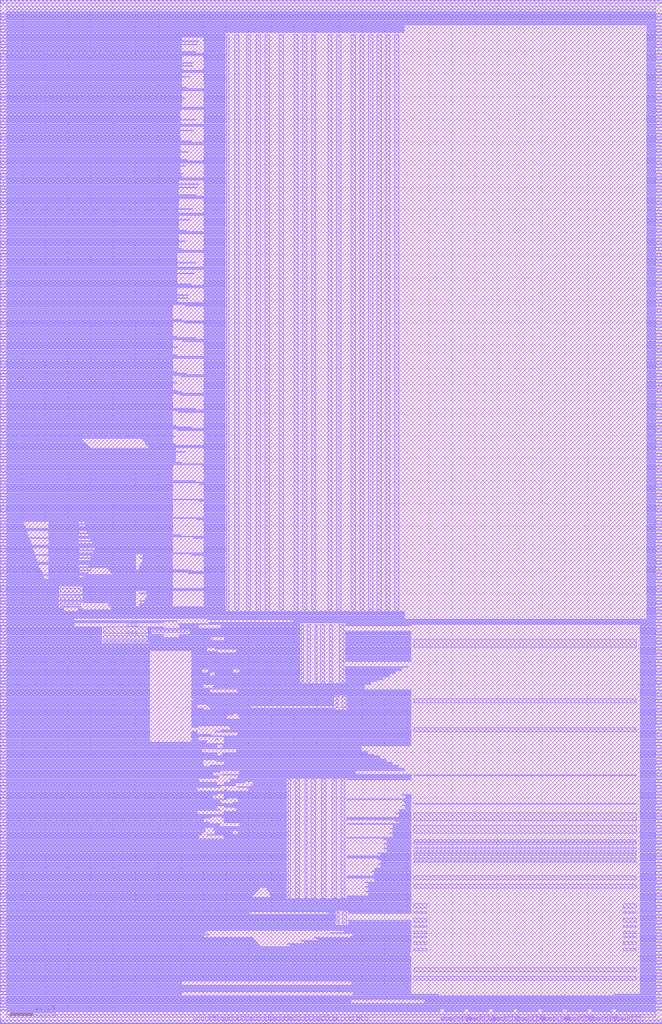
<source format=lef>
VERSION 5.8 ; 
BUSBITCHARS "[]" ; 
DIVIDERCHAR "/" ; 
MACRO sram22_1024x8m8w1
    CLASS BLOCK  ;
    FOREIGN sram22_1024x8m8w1   ;
    SIZE 293.000 BY 452.800 ;
    SYMMETRY X Y R90 ;
    PIN dout[0] 
        DIRECTION OUTPUT ; 
        ANTENNADIFFAREA 0.448000 LAYER met2 ;
        ANTENNAPARTIALMETALAREA 0.950300 LAYER met1 ;
        ANTENNAPARTIALMETALAREA 7.496400 LAYER met2 ;
        PORT 
            LAYER met1 ;
                RECT 195.270 0.000 195.410 0.140 ; 
        END 
    END dout[0] 
    PIN dout[1] 
        DIRECTION OUTPUT ; 
        ANTENNADIFFAREA 0.448000 LAYER met2 ;
        ANTENNAPARTIALMETALAREA 0.950300 LAYER met1 ;
        ANTENNAPARTIALMETALAREA 7.496400 LAYER met2 ;
        PORT 
            LAYER met1 ;
                RECT 206.170 0.000 206.310 0.140 ; 
        END 
    END dout[1] 
    PIN dout[2] 
        DIRECTION OUTPUT ; 
        ANTENNADIFFAREA 0.448000 LAYER met2 ;
        ANTENNAPARTIALMETALAREA 0.950300 LAYER met1 ;
        ANTENNAPARTIALMETALAREA 7.496400 LAYER met2 ;
        PORT 
            LAYER met1 ;
                RECT 217.070 0.000 217.210 0.140 ; 
        END 
    END dout[2] 
    PIN dout[3] 
        DIRECTION OUTPUT ; 
        ANTENNADIFFAREA 0.448000 LAYER met2 ;
        ANTENNAPARTIALMETALAREA 0.950300 LAYER met1 ;
        ANTENNAPARTIALMETALAREA 7.496400 LAYER met2 ;
        PORT 
            LAYER met1 ;
                RECT 227.970 0.000 228.110 0.140 ; 
        END 
    END dout[3] 
    PIN dout[4] 
        DIRECTION OUTPUT ; 
        ANTENNADIFFAREA 0.448000 LAYER met2 ;
        ANTENNAPARTIALMETALAREA 0.950300 LAYER met1 ;
        ANTENNAPARTIALMETALAREA 7.496400 LAYER met2 ;
        PORT 
            LAYER met1 ;
                RECT 238.870 0.000 239.010 0.140 ; 
        END 
    END dout[4] 
    PIN dout[5] 
        DIRECTION OUTPUT ; 
        ANTENNADIFFAREA 0.448000 LAYER met2 ;
        ANTENNAPARTIALMETALAREA 0.950300 LAYER met1 ;
        ANTENNAPARTIALMETALAREA 7.496400 LAYER met2 ;
        PORT 
            LAYER met1 ;
                RECT 249.770 0.000 249.910 0.140 ; 
        END 
    END dout[5] 
    PIN dout[6] 
        DIRECTION OUTPUT ; 
        ANTENNADIFFAREA 0.448000 LAYER met2 ;
        ANTENNAPARTIALMETALAREA 0.950300 LAYER met1 ;
        ANTENNAPARTIALMETALAREA 7.496400 LAYER met2 ;
        PORT 
            LAYER met1 ;
                RECT 260.670 0.000 260.810 0.140 ; 
        END 
    END dout[6] 
    PIN dout[7] 
        DIRECTION OUTPUT ; 
        ANTENNADIFFAREA 0.448000 LAYER met2 ;
        ANTENNAPARTIALMETALAREA 0.950300 LAYER met1 ;
        ANTENNAPARTIALMETALAREA 7.496400 LAYER met2 ;
        PORT 
            LAYER met1 ;
                RECT 271.570 0.000 271.710 0.140 ; 
        END 
    END dout[7] 
    PIN din[0] 
        DIRECTION INPUT ; 
        ANTENNAGATEAREA 0.126000 LAYER met2 ;
        ANTENNAPARTIALMETALAREA 4.220700 LAYER met1 ;
        ANTENNAPARTIALMETALAREA 7.218000 LAYER met2 ;
        PORT 
            LAYER met1 ;
                RECT 194.850 0.000 194.990 0.140 ; 
        END 
    END din[0] 
    PIN din[1] 
        DIRECTION INPUT ; 
        ANTENNAGATEAREA 0.126000 LAYER met2 ;
        ANTENNAPARTIALMETALAREA 4.220700 LAYER met1 ;
        ANTENNAPARTIALMETALAREA 7.218000 LAYER met2 ;
        PORT 
            LAYER met1 ;
                RECT 205.750 0.000 205.890 0.140 ; 
        END 
    END din[1] 
    PIN din[2] 
        DIRECTION INPUT ; 
        ANTENNAGATEAREA 0.126000 LAYER met2 ;
        ANTENNAPARTIALMETALAREA 4.220700 LAYER met1 ;
        ANTENNAPARTIALMETALAREA 7.218000 LAYER met2 ;
        PORT 
            LAYER met1 ;
                RECT 216.650 0.000 216.790 0.140 ; 
        END 
    END din[2] 
    PIN din[3] 
        DIRECTION INPUT ; 
        ANTENNAGATEAREA 0.126000 LAYER met2 ;
        ANTENNAPARTIALMETALAREA 4.220700 LAYER met1 ;
        ANTENNAPARTIALMETALAREA 7.218000 LAYER met2 ;
        PORT 
            LAYER met1 ;
                RECT 227.550 0.000 227.690 0.140 ; 
        END 
    END din[3] 
    PIN din[4] 
        DIRECTION INPUT ; 
        ANTENNAGATEAREA 0.126000 LAYER met2 ;
        ANTENNAPARTIALMETALAREA 4.220700 LAYER met1 ;
        ANTENNAPARTIALMETALAREA 7.218000 LAYER met2 ;
        PORT 
            LAYER met1 ;
                RECT 238.450 0.000 238.590 0.140 ; 
        END 
    END din[4] 
    PIN din[5] 
        DIRECTION INPUT ; 
        ANTENNAGATEAREA 0.126000 LAYER met2 ;
        ANTENNAPARTIALMETALAREA 4.220700 LAYER met1 ;
        ANTENNAPARTIALMETALAREA 7.218000 LAYER met2 ;
        PORT 
            LAYER met1 ;
                RECT 249.350 0.000 249.490 0.140 ; 
        END 
    END din[5] 
    PIN din[6] 
        DIRECTION INPUT ; 
        ANTENNAGATEAREA 0.126000 LAYER met2 ;
        ANTENNAPARTIALMETALAREA 4.220700 LAYER met1 ;
        ANTENNAPARTIALMETALAREA 7.218000 LAYER met2 ;
        PORT 
            LAYER met1 ;
                RECT 260.250 0.000 260.390 0.140 ; 
        END 
    END din[6] 
    PIN din[7] 
        DIRECTION INPUT ; 
        ANTENNAGATEAREA 0.126000 LAYER met2 ;
        ANTENNAPARTIALMETALAREA 4.220700 LAYER met1 ;
        ANTENNAPARTIALMETALAREA 7.218000 LAYER met2 ;
        PORT 
            LAYER met1 ;
                RECT 271.150 0.000 271.290 0.140 ; 
        END 
    END din[7] 
    PIN wmask[0] 
        DIRECTION INPUT ; 
        ANTENNAGATEAREA 0.126000 LAYER met2 ;
        ANTENNAPARTIALMETALAREA 2.031100 LAYER met1 ;
        ANTENNAPARTIALMETALAREA 0.278400 LAYER met2 ;
        PORT 
            LAYER met1 ;
                RECT 194.500 0.000 194.640 0.140 ; 
        END 
    END wmask[0] 
    PIN wmask[1] 
        DIRECTION INPUT ; 
        ANTENNAGATEAREA 0.126000 LAYER met2 ;
        ANTENNAPARTIALMETALAREA 2.031100 LAYER met1 ;
        ANTENNAPARTIALMETALAREA 0.278400 LAYER met2 ;
        PORT 
            LAYER met1 ;
                RECT 205.400 0.000 205.540 0.140 ; 
        END 
    END wmask[1] 
    PIN wmask[2] 
        DIRECTION INPUT ; 
        ANTENNAGATEAREA 0.126000 LAYER met2 ;
        ANTENNAPARTIALMETALAREA 2.031100 LAYER met1 ;
        ANTENNAPARTIALMETALAREA 0.278400 LAYER met2 ;
        PORT 
            LAYER met1 ;
                RECT 216.300 0.000 216.440 0.140 ; 
        END 
    END wmask[2] 
    PIN wmask[3] 
        DIRECTION INPUT ; 
        ANTENNAGATEAREA 0.126000 LAYER met2 ;
        ANTENNAPARTIALMETALAREA 2.031100 LAYER met1 ;
        ANTENNAPARTIALMETALAREA 0.278400 LAYER met2 ;
        PORT 
            LAYER met1 ;
                RECT 227.200 0.000 227.340 0.140 ; 
        END 
    END wmask[3] 
    PIN wmask[4] 
        DIRECTION INPUT ; 
        ANTENNAGATEAREA 0.126000 LAYER met2 ;
        ANTENNAPARTIALMETALAREA 2.031100 LAYER met1 ;
        ANTENNAPARTIALMETALAREA 0.278400 LAYER met2 ;
        PORT 
            LAYER met1 ;
                RECT 238.100 0.000 238.240 0.140 ; 
        END 
    END wmask[4] 
    PIN wmask[5] 
        DIRECTION INPUT ; 
        ANTENNAGATEAREA 0.126000 LAYER met2 ;
        ANTENNAPARTIALMETALAREA 2.031100 LAYER met1 ;
        ANTENNAPARTIALMETALAREA 0.278400 LAYER met2 ;
        PORT 
            LAYER met1 ;
                RECT 249.000 0.000 249.140 0.140 ; 
        END 
    END wmask[5] 
    PIN wmask[6] 
        DIRECTION INPUT ; 
        ANTENNAGATEAREA 0.126000 LAYER met2 ;
        ANTENNAPARTIALMETALAREA 2.031100 LAYER met1 ;
        ANTENNAPARTIALMETALAREA 0.278400 LAYER met2 ;
        PORT 
            LAYER met1 ;
                RECT 259.900 0.000 260.040 0.140 ; 
        END 
    END wmask[6] 
    PIN wmask[7] 
        DIRECTION INPUT ; 
        ANTENNAGATEAREA 0.126000 LAYER met2 ;
        ANTENNAPARTIALMETALAREA 2.031100 LAYER met1 ;
        ANTENNAPARTIALMETALAREA 0.278400 LAYER met2 ;
        PORT 
            LAYER met1 ;
                RECT 270.800 0.000 270.940 0.140 ; 
        END 
    END wmask[7] 
    PIN addr[0] 
        DIRECTION INPUT ; 
        ANTENNAGATEAREA 0.126000 LAYER met1 ;
        ANTENNAPARTIALMETALAREA 3.768700 LAYER met1 ;
        PORT 
            LAYER met1 ;
                RECT 139.200 0.000 139.520 0.320 ; 
        END 
    END addr[0] 
    PIN addr[1] 
        DIRECTION INPUT ; 
        ANTENNAGATEAREA 0.126000 LAYER met1 ;
        ANTENNAPARTIALMETALAREA 3.768700 LAYER met1 ;
        PORT 
            LAYER met1 ;
                RECT 133.080 0.000 133.400 0.320 ; 
        END 
    END addr[1] 
    PIN addr[2] 
        DIRECTION INPUT ; 
        ANTENNAGATEAREA 0.126000 LAYER met1 ;
        ANTENNAPARTIALMETALAREA 3.768700 LAYER met1 ;
        PORT 
            LAYER met1 ;
                RECT 126.960 0.000 127.280 0.320 ; 
        END 
    END addr[2] 
    PIN addr[3] 
        DIRECTION INPUT ; 
        ANTENNAGATEAREA 0.126000 LAYER met1 ;
        ANTENNAPARTIALMETALAREA 3.768700 LAYER met1 ;
        PORT 
            LAYER met1 ;
                RECT 120.840 0.000 121.160 0.320 ; 
        END 
    END addr[3] 
    PIN addr[4] 
        DIRECTION INPUT ; 
        ANTENNAGATEAREA 0.126000 LAYER met1 ;
        ANTENNAPARTIALMETALAREA 3.768700 LAYER met1 ;
        PORT 
            LAYER met1 ;
                RECT 115.400 0.000 115.720 0.320 ; 
        END 
    END addr[4] 
    PIN addr[5] 
        DIRECTION INPUT ; 
        ANTENNAGATEAREA 0.126000 LAYER met1 ;
        ANTENNAPARTIALMETALAREA 3.768700 LAYER met1 ;
        PORT 
            LAYER met1 ;
                RECT 109.280 0.000 109.600 0.320 ; 
        END 
    END addr[5] 
    PIN addr[6] 
        DIRECTION INPUT ; 
        ANTENNAGATEAREA 0.126000 LAYER met1 ;
        ANTENNAPARTIALMETALAREA 3.768700 LAYER met1 ;
        PORT 
            LAYER met1 ;
                RECT 103.160 0.000 103.480 0.320 ; 
        END 
    END addr[6] 
    PIN addr[7] 
        DIRECTION INPUT ; 
        ANTENNAGATEAREA 0.126000 LAYER met1 ;
        ANTENNAPARTIALMETALAREA 3.768700 LAYER met1 ;
        PORT 
            LAYER met1 ;
                RECT 97.040 0.000 97.360 0.320 ; 
        END 
    END addr[7] 
    PIN addr[8] 
        DIRECTION INPUT ; 
        ANTENNAGATEAREA 0.126000 LAYER met1 ;
        ANTENNAPARTIALMETALAREA 3.768700 LAYER met1 ;
        PORT 
            LAYER met1 ;
                RECT 90.920 0.000 91.240 0.320 ; 
        END 
    END addr[8] 
    PIN addr[9] 
        DIRECTION INPUT ; 
        ANTENNAGATEAREA 0.126000 LAYER met1 ;
        ANTENNAPARTIALMETALAREA 3.768700 LAYER met1 ;
        PORT 
            LAYER met1 ;
                RECT 84.800 0.000 85.120 0.320 ; 
        END 
    END addr[9] 
    PIN we 
        DIRECTION INPUT ; 
        ANTENNAGATEAREA 0.126000 LAYER met1 ;
        ANTENNAPARTIALMETALAREA 3.768700 LAYER met1 ;
        PORT 
            LAYER met1 ;
                RECT 151.440 0.000 151.760 0.320 ; 
        END 
    END we 
    PIN ce 
        DIRECTION INPUT ; 
        ANTENNAGATEAREA 0.126000 LAYER met1 ;
        ANTENNAPARTIALMETALAREA 3.768700 LAYER met1 ;
        PORT 
            LAYER met1 ;
                RECT 145.320 0.000 145.640 0.320 ; 
        END 
    END ce 
    PIN clk 
        DIRECTION INPUT ; 
        ANTENNAGATEAREA 10.602000 LAYER met2 ;
        PORT 
            LAYER met1 ;
                RECT 154.840 0.000 155.160 0.320 ; 
        END 
    END clk 
    PIN rstb 
        DIRECTION INPUT ; 
        ANTENNAGATEAREA 14.508000 LAYER met2 ;
        PORT 
            LAYER met1 ;
                RECT 155.520 0.000 155.840 0.320 ; 
        END 
    END rstb 
    PIN vdd 
        DIRECTION INOUT ; 
        USE POWER ; 
        PORT 
            LAYER met2 ;
                RECT 0.160 5.920 194.600 6.240 ; 
                RECT 196.320 5.920 205.480 6.240 ; 
                RECT 207.200 5.920 216.360 6.240 ; 
                RECT 218.080 5.920 227.240 6.240 ; 
                RECT 228.960 5.920 238.120 6.240 ; 
                RECT 239.840 5.920 249.000 6.240 ; 
                RECT 250.720 5.920 259.880 6.240 ; 
                RECT 261.600 5.920 270.760 6.240 ; 
                RECT 272.480 5.920 292.840 6.240 ; 
                RECT 0.160 7.280 292.840 7.600 ; 
                RECT 0.160 8.640 292.840 8.960 ; 
                RECT 0.160 10.000 154.480 10.320 ; 
                RECT 188.160 10.000 292.840 10.320 ; 
                RECT 0.160 11.360 292.840 11.680 ; 
                RECT 0.160 12.720 80.360 13.040 ; 
                RECT 156.200 12.720 193.920 13.040 ; 
                RECT 271.800 12.720 292.840 13.040 ; 
                RECT 0.160 14.080 181.680 14.400 ; 
                RECT 283.360 14.080 292.840 14.400 ; 
                RECT 0.160 15.440 181.680 15.760 ; 
                RECT 283.360 15.440 292.840 15.760 ; 
                RECT 0.160 16.800 181.680 17.120 ; 
                RECT 283.360 16.800 292.840 17.120 ; 
                RECT 0.160 18.160 80.360 18.480 ; 
                RECT 155.520 18.160 181.680 18.480 ; 
                RECT 283.360 18.160 292.840 18.480 ; 
                RECT 0.160 19.520 181.680 19.840 ; 
                RECT 283.360 19.520 292.840 19.840 ; 
                RECT 0.160 20.880 181.680 21.200 ; 
                RECT 283.360 20.880 292.840 21.200 ; 
                RECT 0.160 22.240 181.680 22.560 ; 
                RECT 283.360 22.240 292.840 22.560 ; 
                RECT 0.160 23.600 181.680 23.920 ; 
                RECT 283.360 23.600 292.840 23.920 ; 
                RECT 0.160 24.960 181.680 25.280 ; 
                RECT 283.360 24.960 292.840 25.280 ; 
                RECT 0.160 26.320 181.680 26.640 ; 
                RECT 283.360 26.320 292.840 26.640 ; 
                RECT 0.160 27.680 181.680 28.000 ; 
                RECT 283.360 27.680 292.840 28.000 ; 
                RECT 0.160 29.040 181.680 29.360 ; 
                RECT 283.360 29.040 292.840 29.360 ; 
                RECT 0.160 30.400 181.000 30.720 ; 
                RECT 283.360 30.400 292.840 30.720 ; 
                RECT 0.160 31.760 181.680 32.080 ; 
                RECT 283.360 31.760 292.840 32.080 ; 
                RECT 0.160 33.120 181.680 33.440 ; 
                RECT 283.360 33.120 292.840 33.440 ; 
                RECT 0.160 34.480 115.040 34.800 ; 
                RECT 128.320 34.480 181.680 34.800 ; 
                RECT 283.360 34.480 292.840 34.800 ; 
                RECT 0.160 35.840 113.680 36.160 ; 
                RECT 134.440 35.840 181.680 36.160 ; 
                RECT 283.360 35.840 292.840 36.160 ; 
                RECT 0.160 37.200 112.320 37.520 ; 
                RECT 140.560 37.200 181.680 37.520 ; 
                RECT 283.360 37.200 292.840 37.520 ; 
                RECT 0.160 38.560 89.880 38.880 ; 
                RECT 155.520 38.560 181.680 38.880 ; 
                RECT 283.360 38.560 292.840 38.880 ; 
                RECT 0.160 39.920 90.560 40.240 ; 
                RECT 146.000 39.920 181.680 40.240 ; 
                RECT 283.360 39.920 292.840 40.240 ; 
                RECT 0.160 41.280 181.680 41.600 ; 
                RECT 283.360 41.280 292.840 41.600 ; 
                RECT 0.160 42.640 181.680 42.960 ; 
                RECT 283.360 42.640 292.840 42.960 ; 
                RECT 0.160 44.000 148.360 44.320 ; 
                RECT 154.160 44.000 181.680 44.320 ; 
                RECT 283.360 44.000 292.840 44.320 ; 
                RECT 0.160 45.360 148.360 45.680 ; 
                RECT 154.160 45.360 181.680 45.680 ; 
                RECT 283.360 45.360 292.840 45.680 ; 
                RECT 0.160 46.720 148.360 47.040 ; 
                RECT 283.360 46.720 292.840 47.040 ; 
                RECT 0.160 48.080 148.360 48.400 ; 
                RECT 283.360 48.080 292.840 48.400 ; 
                RECT 0.160 49.440 148.360 49.760 ; 
                RECT 154.160 49.440 181.680 49.760 ; 
                RECT 283.360 49.440 292.840 49.760 ; 
                RECT 0.160 50.800 181.680 51.120 ; 
                RECT 283.360 50.800 292.840 51.120 ; 
                RECT 0.160 52.160 181.680 52.480 ; 
                RECT 283.360 52.160 292.840 52.480 ; 
                RECT 0.160 53.520 181.680 53.840 ; 
                RECT 283.360 53.520 292.840 53.840 ; 
                RECT 0.160 54.880 181.680 55.200 ; 
                RECT 283.360 54.880 292.840 55.200 ; 
                RECT 0.160 56.240 111.640 56.560 ; 
                RECT 120.160 56.240 126.600 56.560 ; 
                RECT 153.480 56.240 181.680 56.560 ; 
                RECT 283.360 56.240 292.840 56.560 ; 
                RECT 0.160 57.600 113.000 57.920 ; 
                RECT 119.480 57.600 126.600 57.920 ; 
                RECT 163.000 57.600 181.680 57.920 ; 
                RECT 283.360 57.600 292.840 57.920 ; 
                RECT 0.160 58.960 114.360 59.280 ; 
                RECT 118.120 58.960 126.600 59.280 ; 
                RECT 163.000 58.960 181.680 59.280 ; 
                RECT 283.360 58.960 292.840 59.280 ; 
                RECT 0.160 60.320 126.600 60.640 ; 
                RECT 161.640 60.320 181.680 60.640 ; 
                RECT 283.360 60.320 292.840 60.640 ; 
                RECT 0.160 61.680 126.600 62.000 ; 
                RECT 163.000 61.680 181.680 62.000 ; 
                RECT 283.360 61.680 292.840 62.000 ; 
                RECT 0.160 63.040 126.600 63.360 ; 
                RECT 165.720 63.040 181.680 63.360 ; 
                RECT 283.360 63.040 292.840 63.360 ; 
                RECT 0.160 64.400 126.600 64.720 ; 
                RECT 153.480 64.400 181.680 64.720 ; 
                RECT 283.360 64.400 292.840 64.720 ; 
                RECT 0.160 65.760 126.600 66.080 ; 
                RECT 165.720 65.760 181.680 66.080 ; 
                RECT 283.360 65.760 292.840 66.080 ; 
                RECT 0.160 67.120 126.600 67.440 ; 
                RECT 164.360 67.120 181.680 67.440 ; 
                RECT 283.360 67.120 292.840 67.440 ; 
                RECT 0.160 68.480 126.600 68.800 ; 
                RECT 165.720 68.480 181.680 68.800 ; 
                RECT 283.360 68.480 292.840 68.800 ; 
                RECT 0.160 69.840 126.600 70.160 ; 
                RECT 168.440 69.840 181.680 70.160 ; 
                RECT 283.360 69.840 292.840 70.160 ; 
                RECT 0.160 71.200 126.600 71.520 ; 
                RECT 168.440 71.200 181.680 71.520 ; 
                RECT 283.360 71.200 292.840 71.520 ; 
                RECT 0.160 72.560 126.600 72.880 ; 
                RECT 167.080 72.560 181.680 72.880 ; 
                RECT 283.360 72.560 292.840 72.880 ; 
                RECT 0.160 73.920 126.600 74.240 ; 
                RECT 153.480 73.920 181.680 74.240 ; 
                RECT 283.360 73.920 292.840 74.240 ; 
                RECT 0.160 75.280 126.600 75.600 ; 
                RECT 167.080 75.280 181.680 75.600 ; 
                RECT 283.360 75.280 292.840 75.600 ; 
                RECT 0.160 76.640 126.600 76.960 ; 
                RECT 171.160 76.640 181.680 76.960 ; 
                RECT 283.360 76.640 292.840 76.960 ; 
                RECT 0.160 78.000 126.600 78.320 ; 
                RECT 171.160 78.000 181.680 78.320 ; 
                RECT 283.360 78.000 292.840 78.320 ; 
                RECT 0.160 79.360 126.600 79.680 ; 
                RECT 169.800 79.360 181.680 79.680 ; 
                RECT 283.360 79.360 292.840 79.680 ; 
                RECT 0.160 80.720 126.600 81.040 ; 
                RECT 171.160 80.720 181.680 81.040 ; 
                RECT 283.360 80.720 292.840 81.040 ; 
                RECT 0.160 82.080 87.840 82.400 ; 
                RECT 99.080 82.080 126.600 82.400 ; 
                RECT 153.480 82.080 181.680 82.400 ; 
                RECT 283.360 82.080 292.840 82.400 ; 
                RECT 0.160 83.440 89.200 83.760 ; 
                RECT 91.600 83.440 126.600 83.760 ; 
                RECT 173.880 83.440 181.680 83.760 ; 
                RECT 283.360 83.440 292.840 83.760 ; 
                RECT 0.160 84.800 90.560 85.120 ; 
                RECT 95.000 84.800 102.800 85.120 ; 
                RECT 105.200 84.800 126.600 85.120 ; 
                RECT 173.880 84.800 181.680 85.120 ; 
                RECT 283.360 84.800 292.840 85.120 ; 
                RECT 0.160 86.160 90.560 86.480 ; 
                RECT 94.320 86.160 126.600 86.480 ; 
                RECT 172.520 86.160 181.680 86.480 ; 
                RECT 283.360 86.160 292.840 86.480 ; 
                RECT 0.160 87.520 97.360 87.840 ; 
                RECT 105.880 87.520 126.600 87.840 ; 
                RECT 173.880 87.520 181.680 87.840 ; 
                RECT 283.360 87.520 292.840 87.840 ; 
                RECT 0.160 88.880 92.600 89.200 ; 
                RECT 99.080 88.880 126.600 89.200 ; 
                RECT 176.600 88.880 181.680 89.200 ; 
                RECT 283.360 88.880 292.840 89.200 ; 
                RECT 0.160 90.240 89.880 90.560 ; 
                RECT 99.080 90.240 126.600 90.560 ; 
                RECT 153.480 90.240 181.680 90.560 ; 
                RECT 283.360 90.240 292.840 90.560 ; 
                RECT 0.160 91.600 126.600 91.920 ; 
                RECT 176.600 91.600 181.680 91.920 ; 
                RECT 283.360 91.600 292.840 91.920 ; 
                RECT 0.160 92.960 87.160 93.280 ; 
                RECT 99.080 92.960 126.600 93.280 ; 
                RECT 175.240 92.960 181.680 93.280 ; 
                RECT 283.360 92.960 292.840 93.280 ; 
                RECT 0.160 94.320 97.360 94.640 ; 
                RECT 104.520 94.320 126.600 94.640 ; 
                RECT 176.600 94.320 181.680 94.640 ; 
                RECT 283.360 94.320 292.840 94.640 ; 
                RECT 0.160 95.680 96.000 96.000 ; 
                RECT 99.080 95.680 126.600 96.000 ; 
                RECT 179.320 95.680 181.680 96.000 ; 
                RECT 283.360 95.680 292.840 96.000 ; 
                RECT 0.160 97.040 126.600 97.360 ; 
                RECT 179.320 97.040 181.680 97.360 ; 
                RECT 283.360 97.040 292.840 97.360 ; 
                RECT 0.160 98.400 97.360 98.720 ; 
                RECT 105.200 98.400 126.600 98.720 ; 
                RECT 177.960 98.400 181.680 98.720 ; 
                RECT 283.360 98.400 292.840 98.720 ; 
                RECT 0.160 99.760 93.960 100.080 ; 
                RECT 99.080 99.760 126.600 100.080 ; 
                RECT 179.320 99.760 181.680 100.080 ; 
                RECT 283.360 99.760 292.840 100.080 ; 
                RECT 0.160 101.120 96.000 101.440 ; 
                RECT 99.080 101.120 126.600 101.440 ; 
                RECT 177.960 101.120 181.680 101.440 ; 
                RECT 283.360 101.120 292.840 101.440 ; 
                RECT 0.160 102.480 126.600 102.800 ; 
                RECT 283.360 102.480 292.840 102.800 ; 
                RECT 0.160 103.840 87.160 104.160 ; 
                RECT 109.960 103.840 126.600 104.160 ; 
                RECT 283.360 103.840 292.840 104.160 ; 
                RECT 0.160 105.200 104.160 105.520 ; 
                RECT 111.320 105.200 126.600 105.520 ; 
                RECT 283.360 105.200 292.840 105.520 ; 
                RECT 0.160 106.560 96.000 106.880 ; 
                RECT 99.080 106.560 108.240 106.880 ; 
                RECT 112.000 106.560 126.600 106.880 ; 
                RECT 283.360 106.560 292.840 106.880 ; 
                RECT 0.160 107.920 87.840 108.240 ; 
                RECT 101.800 107.920 126.600 108.240 ; 
                RECT 153.480 107.920 181.680 108.240 ; 
                RECT 283.360 107.920 292.840 108.240 ; 
                RECT 0.160 109.280 96.680 109.600 ; 
                RECT 105.200 109.280 181.680 109.600 ; 
                RECT 283.360 109.280 292.840 109.600 ; 
                RECT 0.160 110.640 93.960 110.960 ; 
                RECT 105.880 110.640 157.200 110.960 ; 
                RECT 283.360 110.640 292.840 110.960 ; 
                RECT 0.160 112.000 178.960 112.320 ; 
                RECT 283.360 112.000 292.840 112.320 ; 
                RECT 0.160 113.360 176.240 113.680 ; 
                RECT 283.360 113.360 292.840 113.680 ; 
                RECT 0.160 114.720 89.880 115.040 ; 
                RECT 99.080 114.720 173.520 115.040 ; 
                RECT 283.360 114.720 292.840 115.040 ; 
                RECT 0.160 116.080 89.880 116.400 ; 
                RECT 95.680 116.080 170.800 116.400 ; 
                RECT 283.360 116.080 292.840 116.400 ; 
                RECT 0.160 117.440 168.080 117.760 ; 
                RECT 283.360 117.440 292.840 117.760 ; 
                RECT 0.160 118.800 96.000 119.120 ; 
                RECT 98.400 118.800 165.360 119.120 ; 
                RECT 283.360 118.800 292.840 119.120 ; 
                RECT 0.160 120.160 89.200 120.480 ; 
                RECT 104.520 120.160 162.640 120.480 ; 
                RECT 283.360 120.160 292.840 120.480 ; 
                RECT 0.160 121.520 159.920 121.840 ; 
                RECT 283.360 121.520 292.840 121.840 ; 
                RECT 0.160 122.880 96.000 123.200 ; 
                RECT 98.400 122.880 181.680 123.200 ; 
                RECT 283.360 122.880 292.840 123.200 ; 
                RECT 0.160 124.240 91.240 124.560 ; 
                RECT 99.080 124.240 181.680 124.560 ; 
                RECT 283.360 124.240 292.840 124.560 ; 
                RECT 0.160 125.600 66.080 125.920 ; 
                RECT 84.800 125.600 87.840 125.920 ; 
                RECT 95.000 125.600 96.680 125.920 ; 
                RECT 99.080 125.600 181.680 125.920 ; 
                RECT 283.360 125.600 292.840 125.920 ; 
                RECT 0.160 126.960 66.080 127.280 ; 
                RECT 84.800 126.960 181.680 127.280 ; 
                RECT 283.360 126.960 292.840 127.280 ; 
                RECT 0.160 128.320 66.080 128.640 ; 
                RECT 84.800 128.320 87.160 128.640 ; 
                RECT 105.200 128.320 181.680 128.640 ; 
                RECT 283.360 128.320 292.840 128.640 ; 
                RECT 0.160 129.680 66.080 130.000 ; 
                RECT 97.720 129.680 181.680 130.000 ; 
                RECT 283.360 129.680 292.840 130.000 ; 
                RECT 0.160 131.040 66.080 131.360 ; 
                RECT 84.800 131.040 87.840 131.360 ; 
                RECT 101.800 131.040 181.680 131.360 ; 
                RECT 283.360 131.040 292.840 131.360 ; 
                RECT 0.160 132.400 66.080 132.720 ; 
                RECT 84.800 132.400 181.680 132.720 ; 
                RECT 283.360 132.400 292.840 132.720 ; 
                RECT 0.160 133.760 66.080 134.080 ; 
                RECT 84.800 133.760 181.680 134.080 ; 
                RECT 283.360 133.760 292.840 134.080 ; 
                RECT 0.160 135.120 66.080 135.440 ; 
                RECT 84.800 135.120 100.080 135.440 ; 
                RECT 105.880 135.120 181.680 135.440 ; 
                RECT 283.360 135.120 292.840 135.440 ; 
                RECT 0.160 136.480 66.080 136.800 ; 
                RECT 84.800 136.480 102.800 136.800 ; 
                RECT 105.200 136.480 181.680 136.800 ; 
                RECT 283.360 136.480 292.840 136.800 ; 
                RECT 0.160 137.840 66.080 138.160 ; 
                RECT 84.800 137.840 181.680 138.160 ; 
                RECT 283.360 137.840 292.840 138.160 ; 
                RECT 0.160 139.200 66.080 139.520 ; 
                RECT 84.800 139.200 89.880 139.520 ; 
                RECT 92.960 139.200 147.680 139.520 ; 
                RECT 153.480 139.200 181.680 139.520 ; 
                RECT 283.360 139.200 292.840 139.520 ; 
                RECT 0.160 140.560 66.080 140.880 ; 
                RECT 84.800 140.560 87.160 140.880 ; 
                RECT 91.600 140.560 147.680 140.880 ; 
                RECT 153.480 140.560 181.680 140.880 ; 
                RECT 283.360 140.560 292.840 140.880 ; 
                RECT 0.160 141.920 66.080 142.240 ; 
                RECT 84.800 141.920 147.680 142.240 ; 
                RECT 153.480 141.920 181.680 142.240 ; 
                RECT 283.360 141.920 292.840 142.240 ; 
                RECT 0.160 143.280 66.080 143.600 ; 
                RECT 85.480 143.280 147.680 143.600 ; 
                RECT 153.480 143.280 181.680 143.600 ; 
                RECT 283.360 143.280 292.840 143.600 ; 
                RECT 0.160 144.640 66.080 144.960 ; 
                RECT 84.800 144.640 147.680 144.960 ; 
                RECT 153.480 144.640 181.680 144.960 ; 
                RECT 283.360 144.640 292.840 144.960 ; 
                RECT 0.160 146.000 66.080 146.320 ; 
                RECT 84.800 146.000 181.680 146.320 ; 
                RECT 283.360 146.000 292.840 146.320 ; 
                RECT 0.160 147.360 66.080 147.680 ; 
                RECT 84.800 147.360 92.600 147.680 ; 
                RECT 105.200 147.360 181.680 147.680 ; 
                RECT 283.360 147.360 292.840 147.680 ; 
                RECT 0.160 148.720 66.080 149.040 ; 
                RECT 84.800 148.720 89.880 149.040 ; 
                RECT 94.320 148.720 161.280 149.040 ; 
                RECT 283.360 148.720 292.840 149.040 ; 
                RECT 0.160 150.080 66.080 150.400 ; 
                RECT 84.800 150.080 164.000 150.400 ; 
                RECT 283.360 150.080 292.840 150.400 ; 
                RECT 0.160 151.440 66.080 151.760 ; 
                RECT 84.800 151.440 132.720 151.760 ; 
                RECT 152.800 151.440 166.720 151.760 ; 
                RECT 283.360 151.440 292.840 151.760 ; 
                RECT 0.160 152.800 66.080 153.120 ; 
                RECT 84.800 152.800 132.720 153.120 ; 
                RECT 152.800 152.800 169.440 153.120 ; 
                RECT 283.360 152.800 292.840 153.120 ; 
                RECT 0.160 154.160 66.080 154.480 ; 
                RECT 84.800 154.160 92.600 154.480 ; 
                RECT 95.000 154.160 132.720 154.480 ; 
                RECT 152.800 154.160 172.160 154.480 ; 
                RECT 283.360 154.160 292.840 154.480 ; 
                RECT 0.160 155.520 66.080 155.840 ; 
                RECT 84.800 155.520 89.200 155.840 ; 
                RECT 92.280 155.520 102.800 155.840 ; 
                RECT 105.880 155.520 132.720 155.840 ; 
                RECT 152.800 155.520 174.880 155.840 ; 
                RECT 283.360 155.520 292.840 155.840 ; 
                RECT 0.160 156.880 66.080 157.200 ; 
                RECT 84.800 156.880 132.720 157.200 ; 
                RECT 152.800 156.880 177.600 157.200 ; 
                RECT 283.360 156.880 292.840 157.200 ; 
                RECT 0.160 158.240 66.080 158.560 ; 
                RECT 84.800 158.240 132.720 158.560 ; 
                RECT 283.360 158.240 292.840 158.560 ; 
                RECT 0.160 159.600 66.080 159.920 ; 
                RECT 84.800 159.600 132.720 159.920 ; 
                RECT 283.360 159.600 292.840 159.920 ; 
                RECT 0.160 160.960 66.080 161.280 ; 
                RECT 84.800 160.960 132.720 161.280 ; 
                RECT 152.800 160.960 181.680 161.280 ; 
                RECT 283.360 160.960 292.840 161.280 ; 
                RECT 0.160 162.320 66.080 162.640 ; 
                RECT 84.800 162.320 132.720 162.640 ; 
                RECT 152.800 162.320 181.680 162.640 ; 
                RECT 283.360 162.320 292.840 162.640 ; 
                RECT 0.160 163.680 66.080 164.000 ; 
                RECT 84.800 163.680 132.720 164.000 ; 
                RECT 152.800 163.680 181.680 164.000 ; 
                RECT 283.360 163.680 292.840 164.000 ; 
                RECT 0.160 165.040 91.240 165.360 ; 
                RECT 104.520 165.040 132.720 165.360 ; 
                RECT 152.800 165.040 181.680 165.360 ; 
                RECT 283.360 165.040 292.840 165.360 ; 
                RECT 0.160 166.400 132.720 166.720 ; 
                RECT 152.800 166.400 181.680 166.720 ; 
                RECT 283.360 166.400 292.840 166.720 ; 
                RECT 0.160 167.760 132.720 168.080 ; 
                RECT 152.800 167.760 181.680 168.080 ; 
                RECT 283.360 167.760 292.840 168.080 ; 
                RECT 0.160 169.120 45.000 169.440 ; 
                RECT 65.760 169.120 132.720 169.440 ; 
                RECT 152.800 169.120 181.680 169.440 ; 
                RECT 283.360 169.120 292.840 169.440 ; 
                RECT 0.160 170.480 45.000 170.800 ; 
                RECT 65.760 170.480 93.280 170.800 ; 
                RECT 99.080 170.480 132.720 170.800 ; 
                RECT 152.800 170.480 181.680 170.800 ; 
                RECT 283.360 170.480 292.840 170.800 ; 
                RECT 0.160 171.840 45.000 172.160 ; 
                RECT 65.760 171.840 72.200 172.160 ; 
                RECT 79.360 171.840 132.720 172.160 ; 
                RECT 152.800 171.840 181.680 172.160 ; 
                RECT 283.360 171.840 292.840 172.160 ; 
                RECT 0.160 173.200 45.000 173.520 ; 
                RECT 65.760 173.200 66.760 173.520 ; 
                RECT 84.120 173.200 132.720 173.520 ; 
                RECT 152.800 173.200 181.680 173.520 ; 
                RECT 283.360 173.200 292.840 173.520 ; 
                RECT 0.160 174.560 45.000 174.880 ; 
                RECT 65.760 174.560 132.720 174.880 ; 
                RECT 283.360 174.560 292.840 174.880 ; 
                RECT 0.160 175.920 32.760 176.240 ; 
                RECT 79.360 175.920 87.840 176.240 ; 
                RECT 97.720 175.920 132.720 176.240 ; 
                RECT 152.800 175.920 181.680 176.240 ; 
                RECT 283.360 175.920 292.840 176.240 ; 
                RECT 0.160 177.280 72.200 177.600 ; 
                RECT 92.280 177.280 292.840 177.600 ; 
                RECT 0.160 178.640 32.760 178.960 ; 
                RECT 91.600 178.640 292.840 178.960 ; 
                RECT 0.160 180.000 178.960 180.320 ; 
                RECT 286.080 180.000 292.840 180.320 ; 
                RECT 0.160 181.360 178.960 181.680 ; 
                RECT 286.080 181.360 292.840 181.680 ; 
                RECT 0.160 182.720 28.000 183.040 ; 
                RECT 34.480 182.720 99.400 183.040 ; 
                RECT 286.080 182.720 292.840 183.040 ; 
                RECT 0.160 184.080 25.960 184.400 ; 
                RECT 48.760 184.080 99.400 184.400 ; 
                RECT 286.080 184.080 292.840 184.400 ; 
                RECT 0.160 185.440 25.960 185.760 ; 
                RECT 48.080 185.440 59.960 185.760 ; 
                RECT 61.680 185.440 76.280 185.760 ; 
                RECT 90.240 185.440 99.400 185.760 ; 
                RECT 286.080 185.440 292.840 185.760 ; 
                RECT 0.160 186.800 59.960 187.120 ; 
                RECT 61.680 186.800 76.280 187.120 ; 
                RECT 90.240 186.800 99.400 187.120 ; 
                RECT 286.080 186.800 292.840 187.120 ; 
                RECT 0.160 188.160 25.960 188.480 ; 
                RECT 36.520 188.160 59.960 188.480 ; 
                RECT 64.400 188.160 76.280 188.480 ; 
                RECT 90.240 188.160 99.400 188.480 ; 
                RECT 286.080 188.160 292.840 188.480 ; 
                RECT 0.160 189.520 59.960 189.840 ; 
                RECT 65.080 189.520 76.280 189.840 ; 
                RECT 90.240 189.520 99.400 189.840 ; 
                RECT 286.080 189.520 292.840 189.840 ; 
                RECT 0.160 190.880 25.960 191.200 ; 
                RECT 36.520 190.880 59.960 191.200 ; 
                RECT 65.080 190.880 76.280 191.200 ; 
                RECT 90.240 190.880 99.400 191.200 ; 
                RECT 286.080 190.880 292.840 191.200 ; 
                RECT 0.160 192.240 25.960 192.560 ; 
                RECT 36.520 192.240 99.400 192.560 ; 
                RECT 286.080 192.240 292.840 192.560 ; 
                RECT 0.160 193.600 76.280 193.920 ; 
                RECT 90.240 193.600 99.400 193.920 ; 
                RECT 286.080 193.600 292.840 193.920 ; 
                RECT 0.160 194.960 76.280 195.280 ; 
                RECT 90.240 194.960 99.400 195.280 ; 
                RECT 286.080 194.960 292.840 195.280 ; 
                RECT 0.160 196.320 76.280 196.640 ; 
                RECT 90.240 196.320 99.400 196.640 ; 
                RECT 286.080 196.320 292.840 196.640 ; 
                RECT 0.160 197.680 19.160 198.000 ; 
                RECT 21.560 197.680 34.800 198.000 ; 
                RECT 37.200 197.680 76.280 198.000 ; 
                RECT 90.240 197.680 99.400 198.000 ; 
                RECT 286.080 197.680 292.840 198.000 ; 
                RECT 0.160 199.040 18.480 199.360 ; 
                RECT 21.560 199.040 38.880 199.360 ; 
                RECT 49.440 199.040 76.280 199.360 ; 
                RECT 83.440 199.040 99.400 199.360 ; 
                RECT 286.080 199.040 292.840 199.360 ; 
                RECT 0.160 200.400 17.800 200.720 ; 
                RECT 21.560 200.400 40.240 200.720 ; 
                RECT 48.080 200.400 84.440 200.720 ; 
                RECT 90.240 200.400 99.400 200.720 ; 
                RECT 286.080 200.400 292.840 200.720 ; 
                RECT 0.160 201.760 17.120 202.080 ; 
                RECT 21.560 201.760 59.960 202.080 ; 
                RECT 61.680 201.760 76.280 202.080 ; 
                RECT 90.240 201.760 99.400 202.080 ; 
                RECT 286.080 201.760 292.840 202.080 ; 
                RECT 0.160 203.120 59.960 203.440 ; 
                RECT 62.360 203.120 76.280 203.440 ; 
                RECT 90.240 203.120 99.400 203.440 ; 
                RECT 286.080 203.120 292.840 203.440 ; 
                RECT 0.160 204.480 16.440 204.800 ; 
                RECT 21.560 204.480 59.960 204.800 ; 
                RECT 63.040 204.480 76.280 204.800 ; 
                RECT 90.240 204.480 99.400 204.800 ; 
                RECT 286.080 204.480 292.840 204.800 ; 
                RECT 0.160 205.840 15.760 206.160 ; 
                RECT 21.560 205.840 59.960 206.160 ; 
                RECT 61.680 205.840 76.280 206.160 ; 
                RECT 90.240 205.840 99.400 206.160 ; 
                RECT 286.080 205.840 292.840 206.160 ; 
                RECT 0.160 207.200 59.960 207.520 ; 
                RECT 63.040 207.200 76.280 207.520 ; 
                RECT 84.800 207.200 99.400 207.520 ; 
                RECT 286.080 207.200 292.840 207.520 ; 
                RECT 0.160 208.560 15.080 208.880 ; 
                RECT 21.560 208.560 34.800 208.880 ; 
                RECT 41.280 208.560 76.280 208.880 ; 
                RECT 90.240 208.560 99.400 208.880 ; 
                RECT 286.080 208.560 292.840 208.880 ; 
                RECT 0.160 209.920 14.400 210.240 ; 
                RECT 21.560 209.920 34.800 210.240 ; 
                RECT 41.960 209.920 76.280 210.240 ; 
                RECT 90.240 209.920 99.400 210.240 ; 
                RECT 286.080 209.920 292.840 210.240 ; 
                RECT 0.160 211.280 76.280 211.600 ; 
                RECT 90.240 211.280 99.400 211.600 ; 
                RECT 286.080 211.280 292.840 211.600 ; 
                RECT 0.160 212.640 13.720 212.960 ; 
                RECT 21.560 212.640 34.800 212.960 ; 
                RECT 40.600 212.640 76.280 212.960 ; 
                RECT 90.240 212.640 99.400 212.960 ; 
                RECT 286.080 212.640 292.840 212.960 ; 
                RECT 0.160 214.000 13.040 214.320 ; 
                RECT 21.560 214.000 34.800 214.320 ; 
                RECT 39.920 214.000 76.280 214.320 ; 
                RECT 90.240 214.000 99.400 214.320 ; 
                RECT 286.080 214.000 292.840 214.320 ; 
                RECT 0.160 215.360 12.360 215.680 ; 
                RECT 21.560 215.360 99.400 215.680 ; 
                RECT 286.080 215.360 292.840 215.680 ; 
                RECT 0.160 216.720 11.680 217.040 ; 
                RECT 21.560 216.720 76.280 217.040 ; 
                RECT 90.240 216.720 99.400 217.040 ; 
                RECT 286.080 216.720 292.840 217.040 ; 
                RECT 0.160 218.080 76.280 218.400 ; 
                RECT 90.240 218.080 99.400 218.400 ; 
                RECT 286.080 218.080 292.840 218.400 ; 
                RECT 0.160 219.440 11.000 219.760 ; 
                RECT 21.560 219.440 76.280 219.760 ; 
                RECT 90.240 219.440 99.400 219.760 ; 
                RECT 286.080 219.440 292.840 219.760 ; 
                RECT 0.160 220.800 10.320 221.120 ; 
                RECT 21.560 220.800 76.280 221.120 ; 
                RECT 90.240 220.800 99.400 221.120 ; 
                RECT 286.080 220.800 292.840 221.120 ; 
                RECT 0.160 222.160 76.280 222.480 ; 
                RECT 90.240 222.160 99.400 222.480 ; 
                RECT 286.080 222.160 292.840 222.480 ; 
                RECT 0.160 223.520 99.400 223.840 ; 
                RECT 286.080 223.520 292.840 223.840 ; 
                RECT 0.160 224.880 76.280 225.200 ; 
                RECT 90.240 224.880 99.400 225.200 ; 
                RECT 286.080 224.880 292.840 225.200 ; 
                RECT 0.160 226.240 76.280 226.560 ; 
                RECT 90.240 226.240 99.400 226.560 ; 
                RECT 286.080 226.240 292.840 226.560 ; 
                RECT 0.160 227.600 76.280 227.920 ; 
                RECT 90.240 227.600 99.400 227.920 ; 
                RECT 286.080 227.600 292.840 227.920 ; 
                RECT 0.160 228.960 76.280 229.280 ; 
                RECT 90.240 228.960 99.400 229.280 ; 
                RECT 286.080 228.960 292.840 229.280 ; 
                RECT 0.160 230.320 76.280 230.640 ; 
                RECT 90.240 230.320 99.400 230.640 ; 
                RECT 286.080 230.320 292.840 230.640 ; 
                RECT 0.160 231.680 99.400 232.000 ; 
                RECT 286.080 231.680 292.840 232.000 ; 
                RECT 0.160 233.040 76.280 233.360 ; 
                RECT 90.240 233.040 99.400 233.360 ; 
                RECT 286.080 233.040 292.840 233.360 ; 
                RECT 0.160 234.400 76.280 234.720 ; 
                RECT 90.240 234.400 99.400 234.720 ; 
                RECT 286.080 234.400 292.840 234.720 ; 
                RECT 0.160 235.760 76.280 236.080 ; 
                RECT 90.240 235.760 99.400 236.080 ; 
                RECT 286.080 235.760 292.840 236.080 ; 
                RECT 0.160 237.120 76.280 237.440 ; 
                RECT 90.240 237.120 99.400 237.440 ; 
                RECT 286.080 237.120 292.840 237.440 ; 
                RECT 0.160 238.480 76.280 238.800 ; 
                RECT 88.200 238.480 99.400 238.800 ; 
                RECT 286.080 238.480 292.840 238.800 ; 
                RECT 0.160 239.840 86.480 240.160 ; 
                RECT 90.240 239.840 99.400 240.160 ; 
                RECT 286.080 239.840 292.840 240.160 ; 
                RECT 0.160 241.200 76.280 241.520 ; 
                RECT 90.240 241.200 99.400 241.520 ; 
                RECT 286.080 241.200 292.840 241.520 ; 
                RECT 0.160 242.560 76.280 242.880 ; 
                RECT 90.240 242.560 99.400 242.880 ; 
                RECT 286.080 242.560 292.840 242.880 ; 
                RECT 0.160 243.920 76.280 244.240 ; 
                RECT 90.240 243.920 99.400 244.240 ; 
                RECT 286.080 243.920 292.840 244.240 ; 
                RECT 0.160 245.280 76.280 245.600 ; 
                RECT 90.240 245.280 99.400 245.600 ; 
                RECT 286.080 245.280 292.840 245.600 ; 
                RECT 0.160 246.640 76.280 246.960 ; 
                RECT 89.560 246.640 99.400 246.960 ; 
                RECT 286.080 246.640 292.840 246.960 ; 
                RECT 0.160 248.000 80.360 248.320 ; 
                RECT 90.240 248.000 99.400 248.320 ; 
                RECT 286.080 248.000 292.840 248.320 ; 
                RECT 0.160 249.360 77.640 249.680 ; 
                RECT 90.240 249.360 99.400 249.680 ; 
                RECT 286.080 249.360 292.840 249.680 ; 
                RECT 0.160 250.720 77.640 251.040 ; 
                RECT 90.240 250.720 99.400 251.040 ; 
                RECT 286.080 250.720 292.840 251.040 ; 
                RECT 0.160 252.080 77.640 252.400 ; 
                RECT 90.240 252.080 99.400 252.400 ; 
                RECT 286.080 252.080 292.840 252.400 ; 
                RECT 0.160 253.440 77.640 253.760 ; 
                RECT 90.240 253.440 99.400 253.760 ; 
                RECT 286.080 253.440 292.840 253.760 ; 
                RECT 0.160 254.800 39.560 255.120 ; 
                RECT 65.760 254.800 99.400 255.120 ; 
                RECT 286.080 254.800 292.840 255.120 ; 
                RECT 0.160 256.160 38.200 256.480 ; 
                RECT 64.400 256.160 77.640 256.480 ; 
                RECT 90.240 256.160 99.400 256.480 ; 
                RECT 286.080 256.160 292.840 256.480 ; 
                RECT 0.160 257.520 36.840 257.840 ; 
                RECT 63.720 257.520 76.280 257.840 ; 
                RECT 90.240 257.520 99.400 257.840 ; 
                RECT 286.080 257.520 292.840 257.840 ; 
                RECT 0.160 258.880 76.280 259.200 ; 
                RECT 90.240 258.880 99.400 259.200 ; 
                RECT 286.080 258.880 292.840 259.200 ; 
                RECT 0.160 260.240 76.280 260.560 ; 
                RECT 90.240 260.240 99.400 260.560 ; 
                RECT 286.080 260.240 292.840 260.560 ; 
                RECT 0.160 261.600 76.280 261.920 ; 
                RECT 90.240 261.600 99.400 261.920 ; 
                RECT 286.080 261.600 292.840 261.920 ; 
                RECT 0.160 262.960 99.400 263.280 ; 
                RECT 286.080 262.960 292.840 263.280 ; 
                RECT 0.160 264.320 77.640 264.640 ; 
                RECT 90.240 264.320 99.400 264.640 ; 
                RECT 286.080 264.320 292.840 264.640 ; 
                RECT 0.160 265.680 76.280 266.000 ; 
                RECT 90.240 265.680 99.400 266.000 ; 
                RECT 286.080 265.680 292.840 266.000 ; 
                RECT 0.160 267.040 76.280 267.360 ; 
                RECT 90.240 267.040 99.400 267.360 ; 
                RECT 286.080 267.040 292.840 267.360 ; 
                RECT 0.160 268.400 76.280 268.720 ; 
                RECT 90.240 268.400 99.400 268.720 ; 
                RECT 286.080 268.400 292.840 268.720 ; 
                RECT 0.160 269.760 76.280 270.080 ; 
                RECT 90.240 269.760 99.400 270.080 ; 
                RECT 286.080 269.760 292.840 270.080 ; 
                RECT 0.160 271.120 99.400 271.440 ; 
                RECT 286.080 271.120 292.840 271.440 ; 
                RECT 0.160 272.480 76.280 272.800 ; 
                RECT 90.240 272.480 99.400 272.800 ; 
                RECT 286.080 272.480 292.840 272.800 ; 
                RECT 0.160 273.840 76.280 274.160 ; 
                RECT 90.240 273.840 99.400 274.160 ; 
                RECT 286.080 273.840 292.840 274.160 ; 
                RECT 0.160 275.200 76.280 275.520 ; 
                RECT 90.240 275.200 99.400 275.520 ; 
                RECT 286.080 275.200 292.840 275.520 ; 
                RECT 0.160 276.560 76.280 276.880 ; 
                RECT 90.240 276.560 99.400 276.880 ; 
                RECT 286.080 276.560 292.840 276.880 ; 
                RECT 0.160 277.920 76.280 278.240 ; 
                RECT 79.360 277.920 99.400 278.240 ; 
                RECT 286.080 277.920 292.840 278.240 ; 
                RECT 0.160 279.280 80.360 279.600 ; 
                RECT 90.240 279.280 99.400 279.600 ; 
                RECT 286.080 279.280 292.840 279.600 ; 
                RECT 0.160 280.640 76.280 280.960 ; 
                RECT 90.240 280.640 99.400 280.960 ; 
                RECT 286.080 280.640 292.840 280.960 ; 
                RECT 0.160 282.000 76.280 282.320 ; 
                RECT 90.240 282.000 99.400 282.320 ; 
                RECT 286.080 282.000 292.840 282.320 ; 
                RECT 0.160 283.360 78.320 283.680 ; 
                RECT 90.240 283.360 99.400 283.680 ; 
                RECT 286.080 283.360 292.840 283.680 ; 
                RECT 0.160 284.720 76.280 285.040 ; 
                RECT 90.240 284.720 99.400 285.040 ; 
                RECT 286.080 284.720 292.840 285.040 ; 
                RECT 0.160 286.080 76.280 286.400 ; 
                RECT 80.040 286.080 99.400 286.400 ; 
                RECT 286.080 286.080 292.840 286.400 ; 
                RECT 0.160 287.440 82.400 287.760 ; 
                RECT 90.240 287.440 99.400 287.760 ; 
                RECT 286.080 287.440 292.840 287.760 ; 
                RECT 0.160 288.800 76.280 289.120 ; 
                RECT 90.240 288.800 99.400 289.120 ; 
                RECT 286.080 288.800 292.840 289.120 ; 
                RECT 0.160 290.160 76.280 290.480 ; 
                RECT 90.240 290.160 99.400 290.480 ; 
                RECT 286.080 290.160 292.840 290.480 ; 
                RECT 0.160 291.520 76.280 291.840 ; 
                RECT 90.240 291.520 99.400 291.840 ; 
                RECT 286.080 291.520 292.840 291.840 ; 
                RECT 0.160 292.880 76.280 293.200 ; 
                RECT 90.240 292.880 99.400 293.200 ; 
                RECT 286.080 292.880 292.840 293.200 ; 
                RECT 0.160 294.240 99.400 294.560 ; 
                RECT 286.080 294.240 292.840 294.560 ; 
                RECT 0.160 295.600 78.320 295.920 ; 
                RECT 90.240 295.600 99.400 295.920 ; 
                RECT 286.080 295.600 292.840 295.920 ; 
                RECT 0.160 296.960 76.280 297.280 ; 
                RECT 90.240 296.960 99.400 297.280 ; 
                RECT 286.080 296.960 292.840 297.280 ; 
                RECT 0.160 298.320 76.280 298.640 ; 
                RECT 90.240 298.320 99.400 298.640 ; 
                RECT 286.080 298.320 292.840 298.640 ; 
                RECT 0.160 299.680 76.280 300.000 ; 
                RECT 90.240 299.680 99.400 300.000 ; 
                RECT 286.080 299.680 292.840 300.000 ; 
                RECT 0.160 301.040 76.280 301.360 ; 
                RECT 90.240 301.040 99.400 301.360 ; 
                RECT 286.080 301.040 292.840 301.360 ; 
                RECT 0.160 302.400 99.400 302.720 ; 
                RECT 286.080 302.400 292.840 302.720 ; 
                RECT 0.160 303.760 78.320 304.080 ; 
                RECT 90.240 303.760 99.400 304.080 ; 
                RECT 286.080 303.760 292.840 304.080 ; 
                RECT 0.160 305.120 76.280 305.440 ; 
                RECT 90.240 305.120 99.400 305.440 ; 
                RECT 286.080 305.120 292.840 305.440 ; 
                RECT 0.160 306.480 76.280 306.800 ; 
                RECT 90.240 306.480 99.400 306.800 ; 
                RECT 286.080 306.480 292.840 306.800 ; 
                RECT 0.160 307.840 76.280 308.160 ; 
                RECT 90.240 307.840 99.400 308.160 ; 
                RECT 286.080 307.840 292.840 308.160 ; 
                RECT 0.160 309.200 76.280 309.520 ; 
                RECT 90.240 309.200 99.400 309.520 ; 
                RECT 286.080 309.200 292.840 309.520 ; 
                RECT 0.160 310.560 99.400 310.880 ; 
                RECT 286.080 310.560 292.840 310.880 ; 
                RECT 0.160 311.920 76.280 312.240 ; 
                RECT 90.240 311.920 99.400 312.240 ; 
                RECT 286.080 311.920 292.840 312.240 ; 
                RECT 0.160 313.280 76.280 313.600 ; 
                RECT 90.240 313.280 99.400 313.600 ; 
                RECT 286.080 313.280 292.840 313.600 ; 
                RECT 0.160 314.640 76.280 314.960 ; 
                RECT 90.240 314.640 99.400 314.960 ; 
                RECT 286.080 314.640 292.840 314.960 ; 
                RECT 0.160 316.000 76.280 316.320 ; 
                RECT 90.240 316.000 99.400 316.320 ; 
                RECT 286.080 316.000 292.840 316.320 ; 
                RECT 0.160 317.360 76.280 317.680 ; 
                RECT 82.080 317.360 99.400 317.680 ; 
                RECT 286.080 317.360 292.840 317.680 ; 
                RECT 0.160 318.720 99.400 319.040 ; 
                RECT 286.080 318.720 292.840 319.040 ; 
                RECT 0.160 320.080 78.320 320.400 ; 
                RECT 90.240 320.080 99.400 320.400 ; 
                RECT 286.080 320.080 292.840 320.400 ; 
                RECT 0.160 321.440 78.320 321.760 ; 
                RECT 90.240 321.440 99.400 321.760 ; 
                RECT 286.080 321.440 292.840 321.760 ; 
                RECT 0.160 322.800 78.320 323.120 ; 
                RECT 90.240 322.800 99.400 323.120 ; 
                RECT 286.080 322.800 292.840 323.120 ; 
                RECT 0.160 324.160 78.320 324.480 ; 
                RECT 90.240 324.160 99.400 324.480 ; 
                RECT 286.080 324.160 292.840 324.480 ; 
                RECT 0.160 325.520 99.400 325.840 ; 
                RECT 286.080 325.520 292.840 325.840 ; 
                RECT 0.160 326.880 84.440 327.200 ; 
                RECT 90.240 326.880 99.400 327.200 ; 
                RECT 286.080 326.880 292.840 327.200 ; 
                RECT 0.160 328.240 78.320 328.560 ; 
                RECT 90.240 328.240 99.400 328.560 ; 
                RECT 286.080 328.240 292.840 328.560 ; 
                RECT 0.160 329.600 78.320 329.920 ; 
                RECT 90.240 329.600 99.400 329.920 ; 
                RECT 286.080 329.600 292.840 329.920 ; 
                RECT 0.160 330.960 78.320 331.280 ; 
                RECT 90.240 330.960 99.400 331.280 ; 
                RECT 286.080 330.960 292.840 331.280 ; 
                RECT 0.160 332.320 78.320 332.640 ; 
                RECT 90.240 332.320 99.400 332.640 ; 
                RECT 286.080 332.320 292.840 332.640 ; 
                RECT 0.160 333.680 99.400 334.000 ; 
                RECT 286.080 333.680 292.840 334.000 ; 
                RECT 0.160 335.040 78.320 335.360 ; 
                RECT 90.240 335.040 99.400 335.360 ; 
                RECT 286.080 335.040 292.840 335.360 ; 
                RECT 0.160 336.400 86.480 336.720 ; 
                RECT 90.240 336.400 99.400 336.720 ; 
                RECT 286.080 336.400 292.840 336.720 ; 
                RECT 0.160 337.760 78.320 338.080 ; 
                RECT 90.240 337.760 99.400 338.080 ; 
                RECT 286.080 337.760 292.840 338.080 ; 
                RECT 0.160 339.120 78.320 339.440 ; 
                RECT 90.240 339.120 99.400 339.440 ; 
                RECT 286.080 339.120 292.840 339.440 ; 
                RECT 0.160 340.480 78.320 340.800 ; 
                RECT 90.240 340.480 99.400 340.800 ; 
                RECT 286.080 340.480 292.840 340.800 ; 
                RECT 0.160 341.840 99.400 342.160 ; 
                RECT 286.080 341.840 292.840 342.160 ; 
                RECT 0.160 343.200 79.000 343.520 ; 
                RECT 90.240 343.200 99.400 343.520 ; 
                RECT 286.080 343.200 292.840 343.520 ; 
                RECT 0.160 344.560 79.000 344.880 ; 
                RECT 90.240 344.560 99.400 344.880 ; 
                RECT 286.080 344.560 292.840 344.880 ; 
                RECT 0.160 345.920 81.720 346.240 ; 
                RECT 90.240 345.920 99.400 346.240 ; 
                RECT 286.080 345.920 292.840 346.240 ; 
                RECT 0.160 347.280 79.000 347.600 ; 
                RECT 90.240 347.280 99.400 347.600 ; 
                RECT 286.080 347.280 292.840 347.600 ; 
                RECT 0.160 348.640 79.000 348.960 ; 
                RECT 90.240 348.640 99.400 348.960 ; 
                RECT 286.080 348.640 292.840 348.960 ; 
                RECT 0.160 350.000 99.400 350.320 ; 
                RECT 286.080 350.000 292.840 350.320 ; 
                RECT 0.160 351.360 79.000 351.680 ; 
                RECT 90.240 351.360 99.400 351.680 ; 
                RECT 286.080 351.360 292.840 351.680 ; 
                RECT 0.160 352.720 79.000 353.040 ; 
                RECT 90.240 352.720 99.400 353.040 ; 
                RECT 286.080 352.720 292.840 353.040 ; 
                RECT 0.160 354.080 79.000 354.400 ; 
                RECT 90.240 354.080 99.400 354.400 ; 
                RECT 286.080 354.080 292.840 354.400 ; 
                RECT 0.160 355.440 83.760 355.760 ; 
                RECT 90.240 355.440 99.400 355.760 ; 
                RECT 286.080 355.440 292.840 355.760 ; 
                RECT 0.160 356.800 79.000 357.120 ; 
                RECT 90.240 356.800 99.400 357.120 ; 
                RECT 286.080 356.800 292.840 357.120 ; 
                RECT 0.160 358.160 99.400 358.480 ; 
                RECT 286.080 358.160 292.840 358.480 ; 
                RECT 0.160 359.520 79.000 359.840 ; 
                RECT 90.240 359.520 99.400 359.840 ; 
                RECT 286.080 359.520 292.840 359.840 ; 
                RECT 0.160 360.880 79.000 361.200 ; 
                RECT 90.240 360.880 99.400 361.200 ; 
                RECT 286.080 360.880 292.840 361.200 ; 
                RECT 0.160 362.240 79.000 362.560 ; 
                RECT 90.240 362.240 99.400 362.560 ; 
                RECT 286.080 362.240 292.840 362.560 ; 
                RECT 0.160 363.600 79.000 363.920 ; 
                RECT 90.240 363.600 99.400 363.920 ; 
                RECT 286.080 363.600 292.840 363.920 ; 
                RECT 0.160 364.960 99.400 365.280 ; 
                RECT 286.080 364.960 292.840 365.280 ; 
                RECT 0.160 366.320 86.480 366.640 ; 
                RECT 90.240 366.320 99.400 366.640 ; 
                RECT 286.080 366.320 292.840 366.640 ; 
                RECT 0.160 367.680 79.000 368.000 ; 
                RECT 90.240 367.680 99.400 368.000 ; 
                RECT 286.080 367.680 292.840 368.000 ; 
                RECT 0.160 369.040 79.000 369.360 ; 
                RECT 90.240 369.040 99.400 369.360 ; 
                RECT 286.080 369.040 292.840 369.360 ; 
                RECT 0.160 370.400 79.000 370.720 ; 
                RECT 90.240 370.400 99.400 370.720 ; 
                RECT 286.080 370.400 292.840 370.720 ; 
                RECT 0.160 371.760 79.000 372.080 ; 
                RECT 90.240 371.760 99.400 372.080 ; 
                RECT 286.080 371.760 292.840 372.080 ; 
                RECT 0.160 373.120 99.400 373.440 ; 
                RECT 286.080 373.120 292.840 373.440 ; 
                RECT 0.160 374.480 80.360 374.800 ; 
                RECT 90.240 374.480 99.400 374.800 ; 
                RECT 286.080 374.480 292.840 374.800 ; 
                RECT 0.160 375.840 81.040 376.160 ; 
                RECT 90.240 375.840 99.400 376.160 ; 
                RECT 286.080 375.840 292.840 376.160 ; 
                RECT 0.160 377.200 79.680 377.520 ; 
                RECT 90.240 377.200 99.400 377.520 ; 
                RECT 286.080 377.200 292.840 377.520 ; 
                RECT 0.160 378.560 79.680 378.880 ; 
                RECT 90.240 378.560 99.400 378.880 ; 
                RECT 286.080 378.560 292.840 378.880 ; 
                RECT 0.160 379.920 79.680 380.240 ; 
                RECT 90.240 379.920 99.400 380.240 ; 
                RECT 286.080 379.920 292.840 380.240 ; 
                RECT 0.160 381.280 99.400 381.600 ; 
                RECT 286.080 381.280 292.840 381.600 ; 
                RECT 0.160 382.640 79.680 382.960 ; 
                RECT 90.240 382.640 99.400 382.960 ; 
                RECT 286.080 382.640 292.840 382.960 ; 
                RECT 0.160 384.000 79.680 384.320 ; 
                RECT 90.240 384.000 99.400 384.320 ; 
                RECT 286.080 384.000 292.840 384.320 ; 
                RECT 0.160 385.360 83.080 385.680 ; 
                RECT 90.240 385.360 99.400 385.680 ; 
                RECT 286.080 385.360 292.840 385.680 ; 
                RECT 0.160 386.720 79.680 387.040 ; 
                RECT 90.240 386.720 99.400 387.040 ; 
                RECT 286.080 386.720 292.840 387.040 ; 
                RECT 0.160 388.080 79.680 388.400 ; 
                RECT 90.240 388.080 99.400 388.400 ; 
                RECT 286.080 388.080 292.840 388.400 ; 
                RECT 0.160 389.440 99.400 389.760 ; 
                RECT 286.080 389.440 292.840 389.760 ; 
                RECT 0.160 390.800 79.680 391.120 ; 
                RECT 90.240 390.800 99.400 391.120 ; 
                RECT 286.080 390.800 292.840 391.120 ; 
                RECT 0.160 392.160 79.680 392.480 ; 
                RECT 90.240 392.160 99.400 392.480 ; 
                RECT 286.080 392.160 292.840 392.480 ; 
                RECT 0.160 393.520 79.680 393.840 ; 
                RECT 90.240 393.520 99.400 393.840 ; 
                RECT 286.080 393.520 292.840 393.840 ; 
                RECT 0.160 394.880 85.800 395.200 ; 
                RECT 90.240 394.880 99.400 395.200 ; 
                RECT 286.080 394.880 292.840 395.200 ; 
                RECT 0.160 396.240 79.680 396.560 ; 
                RECT 90.240 396.240 99.400 396.560 ; 
                RECT 286.080 396.240 292.840 396.560 ; 
                RECT 0.160 397.600 99.400 397.920 ; 
                RECT 286.080 397.600 292.840 397.920 ; 
                RECT 0.160 398.960 79.680 399.280 ; 
                RECT 90.240 398.960 99.400 399.280 ; 
                RECT 286.080 398.960 292.840 399.280 ; 
                RECT 0.160 400.320 79.680 400.640 ; 
                RECT 90.240 400.320 99.400 400.640 ; 
                RECT 286.080 400.320 292.840 400.640 ; 
                RECT 0.160 401.680 79.680 402.000 ; 
                RECT 90.240 401.680 99.400 402.000 ; 
                RECT 286.080 401.680 292.840 402.000 ; 
                RECT 0.160 403.040 79.680 403.360 ; 
                RECT 90.240 403.040 99.400 403.360 ; 
                RECT 286.080 403.040 292.840 403.360 ; 
                RECT 0.160 404.400 99.400 404.720 ; 
                RECT 286.080 404.400 292.840 404.720 ; 
                RECT 0.160 405.760 80.360 406.080 ; 
                RECT 90.240 405.760 99.400 406.080 ; 
                RECT 286.080 405.760 292.840 406.080 ; 
                RECT 0.160 407.120 80.360 407.440 ; 
                RECT 90.240 407.120 99.400 407.440 ; 
                RECT 286.080 407.120 292.840 407.440 ; 
                RECT 0.160 408.480 80.360 408.800 ; 
                RECT 90.240 408.480 99.400 408.800 ; 
                RECT 286.080 408.480 292.840 408.800 ; 
                RECT 0.160 409.840 80.360 410.160 ; 
                RECT 90.240 409.840 99.400 410.160 ; 
                RECT 286.080 409.840 292.840 410.160 ; 
                RECT 0.160 411.200 80.360 411.520 ; 
                RECT 90.240 411.200 99.400 411.520 ; 
                RECT 286.080 411.200 292.840 411.520 ; 
                RECT 0.160 412.560 99.400 412.880 ; 
                RECT 286.080 412.560 292.840 412.880 ; 
                RECT 0.160 413.920 82.400 414.240 ; 
                RECT 90.240 413.920 99.400 414.240 ; 
                RECT 286.080 413.920 292.840 414.240 ; 
                RECT 0.160 415.280 80.360 415.600 ; 
                RECT 90.240 415.280 99.400 415.600 ; 
                RECT 286.080 415.280 292.840 415.600 ; 
                RECT 0.160 416.640 80.360 416.960 ; 
                RECT 90.240 416.640 99.400 416.960 ; 
                RECT 286.080 416.640 292.840 416.960 ; 
                RECT 0.160 418.000 80.360 418.320 ; 
                RECT 90.240 418.000 99.400 418.320 ; 
                RECT 286.080 418.000 292.840 418.320 ; 
                RECT 0.160 419.360 80.360 419.680 ; 
                RECT 90.240 419.360 99.400 419.680 ; 
                RECT 286.080 419.360 292.840 419.680 ; 
                RECT 0.160 420.720 99.400 421.040 ; 
                RECT 286.080 420.720 292.840 421.040 ; 
                RECT 0.160 422.080 80.360 422.400 ; 
                RECT 90.240 422.080 99.400 422.400 ; 
                RECT 286.080 422.080 292.840 422.400 ; 
                RECT 0.160 423.440 85.120 423.760 ; 
                RECT 90.240 423.440 99.400 423.760 ; 
                RECT 286.080 423.440 292.840 423.760 ; 
                RECT 0.160 424.800 85.120 425.120 ; 
                RECT 90.240 424.800 99.400 425.120 ; 
                RECT 286.080 424.800 292.840 425.120 ; 
                RECT 0.160 426.160 80.360 426.480 ; 
                RECT 90.240 426.160 99.400 426.480 ; 
                RECT 286.080 426.160 292.840 426.480 ; 
                RECT 0.160 427.520 80.360 427.840 ; 
                RECT 90.240 427.520 99.400 427.840 ; 
                RECT 286.080 427.520 292.840 427.840 ; 
                RECT 0.160 428.880 99.400 429.200 ; 
                RECT 286.080 428.880 292.840 429.200 ; 
                RECT 0.160 430.240 80.360 430.560 ; 
                RECT 90.240 430.240 99.400 430.560 ; 
                RECT 286.080 430.240 292.840 430.560 ; 
                RECT 0.160 431.600 80.360 431.920 ; 
                RECT 90.240 431.600 99.400 431.920 ; 
                RECT 286.080 431.600 292.840 431.920 ; 
                RECT 0.160 432.960 87.160 433.280 ; 
                RECT 90.240 432.960 99.400 433.280 ; 
                RECT 286.080 432.960 292.840 433.280 ; 
                RECT 0.160 434.320 87.840 434.640 ; 
                RECT 90.240 434.320 99.400 434.640 ; 
                RECT 286.080 434.320 292.840 434.640 ; 
                RECT 0.160 435.680 80.360 436.000 ; 
                RECT 90.240 435.680 99.400 436.000 ; 
                RECT 286.080 435.680 292.840 436.000 ; 
                RECT 0.160 437.040 99.400 437.360 ; 
                RECT 286.080 437.040 292.840 437.360 ; 
                RECT 0.160 438.400 178.960 438.720 ; 
                RECT 286.080 438.400 292.840 438.720 ; 
                RECT 0.160 439.760 178.960 440.080 ; 
                RECT 286.080 439.760 292.840 440.080 ; 
                RECT 0.160 441.120 178.960 441.440 ; 
                RECT 286.080 441.120 292.840 441.440 ; 
                RECT 0.160 442.480 292.840 442.800 ; 
                RECT 0.160 443.840 292.840 444.160 ; 
                RECT 0.160 445.200 292.840 445.520 ; 
                RECT 0.160 446.560 292.840 446.880 ; 
                RECT 0.160 0.160 292.840 1.520 ; 
                RECT 0.160 451.280 292.840 452.640 ; 
                RECT 183.100 35.005 188.900 36.375 ; 
                RECT 275.800 35.005 281.600 36.375 ; 
                RECT 183.100 39.720 188.900 40.840 ; 
                RECT 275.800 39.720 281.600 40.840 ; 
                RECT 183.100 44.945 188.900 46.745 ; 
                RECT 275.800 44.945 281.600 46.745 ; 
                RECT 183.100 51.185 188.900 52.985 ; 
                RECT 275.800 51.185 281.600 52.985 ; 
                RECT 183.100 79.260 281.600 80.060 ; 
                RECT 183.100 166.545 281.600 170.145 ; 
                RECT 183.100 129.205 281.600 131.005 ; 
                RECT 183.100 97.165 281.600 97.455 ; 
                RECT 183.100 74.370 281.600 75.170 ; 
                RECT 183.100 59.890 281.600 61.690 ; 
                RECT 183.100 89.785 281.600 93.385 ; 
                RECT 183.100 71.360 281.600 72.160 ; 
                RECT 183.100 19.250 281.600 21.050 ; 
                RECT 103.750 183.115 105.670 437.495 ; 
                RECT 113.320 183.115 115.240 437.495 ; 
                RECT 117.160 183.115 119.080 437.495 ; 
                RECT 129.985 183.115 131.905 437.495 ; 
                RECT 133.825 183.115 135.745 437.495 ; 
                RECT 137.665 183.115 139.585 437.495 ; 
                RECT 155.280 183.115 157.200 437.495 ; 
                RECT 159.120 183.115 161.040 437.495 ; 
                RECT 162.960 183.115 164.880 437.495 ; 
                RECT 166.800 183.115 168.720 437.495 ; 
                RECT 170.640 183.115 172.560 437.495 ; 
                RECT 174.480 183.115 176.400 437.495 ; 
                RECT 130.600 55.565 132.520 108.165 ; 
                RECT 137.575 55.565 139.495 108.165 ; 
                RECT 146.930 55.565 148.850 108.165 ; 
                RECT 150.770 55.565 152.690 108.165 ; 
                RECT 135.715 150.940 137.255 176.480 ; 
                RECT 141.725 150.940 143.475 176.480 ; 
                RECT 150.120 150.940 152.040 176.480 ; 
                RECT 151.195 139.780 153.115 144.940 ; 
                RECT 151.495 44.405 153.245 49.565 ; 
                RECT 26.500 185.385 35.660 186.135 ; 
                RECT 26.500 190.785 35.660 192.705 ; 
                RECT 67.340 173.095 83.380 173.945 ; 
                RECT 45.740 172.795 65.380 175.505 ; 
        END 
    END vdd 
    PIN vss 
        DIRECTION INOUT ; 
        USE GROUND ; 
        PORT 
            LAYER met2 ;
                RECT 2.880 5.240 194.600 5.560 ; 
                RECT 196.320 5.240 205.480 5.560 ; 
                RECT 207.200 5.240 216.360 5.560 ; 
                RECT 218.080 5.240 227.240 5.560 ; 
                RECT 228.960 5.240 238.120 5.560 ; 
                RECT 239.840 5.240 249.000 5.560 ; 
                RECT 250.720 5.240 259.880 5.560 ; 
                RECT 261.600 5.240 270.760 5.560 ; 
                RECT 272.480 5.240 290.120 5.560 ; 
                RECT 2.880 6.600 290.120 6.920 ; 
                RECT 2.880 7.960 290.120 8.280 ; 
                RECT 2.880 9.320 155.160 9.640 ; 
                RECT 187.480 9.320 290.120 9.640 ; 
                RECT 2.880 10.680 290.120 11.000 ; 
                RECT 2.880 12.040 290.120 12.360 ; 
                RECT 2.880 13.400 80.360 13.720 ; 
                RECT 156.200 13.400 181.680 13.720 ; 
                RECT 283.360 13.400 290.120 13.720 ; 
                RECT 2.880 14.760 181.680 15.080 ; 
                RECT 283.360 14.760 290.120 15.080 ; 
                RECT 2.880 16.120 181.680 16.440 ; 
                RECT 283.360 16.120 290.120 16.440 ; 
                RECT 2.880 17.480 80.360 17.800 ; 
                RECT 155.520 17.480 181.680 17.800 ; 
                RECT 283.360 17.480 290.120 17.800 ; 
                RECT 2.880 18.840 181.680 19.160 ; 
                RECT 283.360 18.840 290.120 19.160 ; 
                RECT 2.880 20.200 181.680 20.520 ; 
                RECT 283.360 20.200 290.120 20.520 ; 
                RECT 2.880 21.560 181.680 21.880 ; 
                RECT 283.360 21.560 290.120 21.880 ; 
                RECT 2.880 22.920 181.680 23.240 ; 
                RECT 283.360 22.920 290.120 23.240 ; 
                RECT 2.880 24.280 181.680 24.600 ; 
                RECT 283.360 24.280 290.120 24.600 ; 
                RECT 2.880 25.640 181.680 25.960 ; 
                RECT 283.360 25.640 290.120 25.960 ; 
                RECT 2.880 27.000 181.680 27.320 ; 
                RECT 283.360 27.000 290.120 27.320 ; 
                RECT 2.880 28.360 181.680 28.680 ; 
                RECT 283.360 28.360 290.120 28.680 ; 
                RECT 2.880 29.720 181.680 30.040 ; 
                RECT 283.360 29.720 290.120 30.040 ; 
                RECT 2.880 31.080 181.000 31.400 ; 
                RECT 283.360 31.080 290.120 31.400 ; 
                RECT 2.880 32.440 181.680 32.760 ; 
                RECT 283.360 32.440 290.120 32.760 ; 
                RECT 2.880 33.800 181.680 34.120 ; 
                RECT 283.360 33.800 290.120 34.120 ; 
                RECT 2.880 35.160 114.360 35.480 ; 
                RECT 126.960 35.160 181.680 35.480 ; 
                RECT 283.360 35.160 290.120 35.480 ; 
                RECT 2.880 36.520 113.000 36.840 ; 
                RECT 133.080 36.520 181.680 36.840 ; 
                RECT 283.360 36.520 290.120 36.840 ; 
                RECT 2.880 37.880 111.640 38.200 ; 
                RECT 139.200 37.880 181.680 38.200 ; 
                RECT 283.360 37.880 290.120 38.200 ; 
                RECT 2.880 39.240 92.600 39.560 ; 
                RECT 156.200 39.240 181.680 39.560 ; 
                RECT 283.360 39.240 290.120 39.560 ; 
                RECT 2.880 40.600 91.240 40.920 ; 
                RECT 152.120 40.600 181.680 40.920 ; 
                RECT 283.360 40.600 290.120 40.920 ; 
                RECT 2.880 41.960 181.680 42.280 ; 
                RECT 283.360 41.960 290.120 42.280 ; 
                RECT 2.880 43.320 181.680 43.640 ; 
                RECT 283.360 43.320 290.120 43.640 ; 
                RECT 2.880 44.680 148.360 45.000 ; 
                RECT 154.160 44.680 181.680 45.000 ; 
                RECT 283.360 44.680 290.120 45.000 ; 
                RECT 2.880 46.040 148.360 46.360 ; 
                RECT 283.360 46.040 290.120 46.360 ; 
                RECT 2.880 47.400 148.360 47.720 ; 
                RECT 283.360 47.400 290.120 47.720 ; 
                RECT 2.880 48.760 110.280 49.080 ; 
                RECT 145.320 48.760 148.360 49.080 ; 
                RECT 154.160 48.760 181.680 49.080 ; 
                RECT 283.360 48.760 290.120 49.080 ; 
                RECT 2.880 50.120 181.680 50.440 ; 
                RECT 283.360 50.120 290.120 50.440 ; 
                RECT 2.880 51.480 181.680 51.800 ; 
                RECT 283.360 51.480 290.120 51.800 ; 
                RECT 2.880 52.840 181.680 53.160 ; 
                RECT 283.360 52.840 290.120 53.160 ; 
                RECT 2.880 54.200 181.680 54.520 ; 
                RECT 283.360 54.200 290.120 54.520 ; 
                RECT 2.880 55.560 126.600 55.880 ; 
                RECT 153.480 55.560 181.680 55.880 ; 
                RECT 283.360 55.560 290.120 55.880 ; 
                RECT 2.880 56.920 112.320 57.240 ; 
                RECT 119.480 56.920 126.600 57.240 ; 
                RECT 163.000 56.920 181.680 57.240 ; 
                RECT 283.360 56.920 290.120 57.240 ; 
                RECT 2.880 58.280 113.680 58.600 ; 
                RECT 118.800 58.280 126.600 58.600 ; 
                RECT 161.640 58.280 181.680 58.600 ; 
                RECT 283.360 58.280 290.120 58.600 ; 
                RECT 2.880 59.640 115.040 59.960 ; 
                RECT 118.120 59.640 126.600 59.960 ; 
                RECT 163.000 59.640 181.680 59.960 ; 
                RECT 283.360 59.640 290.120 59.960 ; 
                RECT 2.880 61.000 126.600 61.320 ; 
                RECT 163.000 61.000 181.680 61.320 ; 
                RECT 283.360 61.000 290.120 61.320 ; 
                RECT 2.880 62.360 126.600 62.680 ; 
                RECT 161.640 62.360 181.680 62.680 ; 
                RECT 283.360 62.360 290.120 62.680 ; 
                RECT 2.880 63.720 126.600 64.040 ; 
                RECT 165.720 63.720 181.680 64.040 ; 
                RECT 283.360 63.720 290.120 64.040 ; 
                RECT 2.880 65.080 126.600 65.400 ; 
                RECT 153.480 65.080 181.680 65.400 ; 
                RECT 283.360 65.080 290.120 65.400 ; 
                RECT 2.880 66.440 126.600 66.760 ; 
                RECT 165.720 66.440 181.680 66.760 ; 
                RECT 283.360 66.440 290.120 66.760 ; 
                RECT 2.880 67.800 126.600 68.120 ; 
                RECT 165.720 67.800 181.680 68.120 ; 
                RECT 283.360 67.800 290.120 68.120 ; 
                RECT 2.880 69.160 126.600 69.480 ; 
                RECT 168.440 69.160 181.680 69.480 ; 
                RECT 283.360 69.160 290.120 69.480 ; 
                RECT 2.880 70.520 126.600 70.840 ; 
                RECT 167.080 70.520 181.680 70.840 ; 
                RECT 283.360 70.520 290.120 70.840 ; 
                RECT 2.880 71.880 126.600 72.200 ; 
                RECT 168.440 71.880 181.680 72.200 ; 
                RECT 283.360 71.880 290.120 72.200 ; 
                RECT 2.880 73.240 126.600 73.560 ; 
                RECT 153.480 73.240 181.680 73.560 ; 
                RECT 283.360 73.240 290.120 73.560 ; 
                RECT 2.880 74.600 126.600 74.920 ; 
                RECT 168.440 74.600 181.680 74.920 ; 
                RECT 283.360 74.600 290.120 74.920 ; 
                RECT 2.880 75.960 126.600 76.280 ; 
                RECT 171.160 75.960 181.680 76.280 ; 
                RECT 283.360 75.960 290.120 76.280 ; 
                RECT 2.880 77.320 126.600 77.640 ; 
                RECT 169.800 77.320 181.680 77.640 ; 
                RECT 283.360 77.320 290.120 77.640 ; 
                RECT 2.880 78.680 126.600 79.000 ; 
                RECT 171.160 78.680 181.680 79.000 ; 
                RECT 283.360 78.680 290.120 79.000 ; 
                RECT 2.880 80.040 126.600 80.360 ; 
                RECT 171.160 80.040 181.680 80.360 ; 
                RECT 283.360 80.040 290.120 80.360 ; 
                RECT 2.880 81.400 126.600 81.720 ; 
                RECT 169.800 81.400 181.680 81.720 ; 
                RECT 283.360 81.400 290.120 81.720 ; 
                RECT 2.880 82.760 87.840 83.080 ; 
                RECT 99.080 82.760 126.600 83.080 ; 
                RECT 173.880 82.760 181.680 83.080 ; 
                RECT 283.360 82.760 290.120 83.080 ; 
                RECT 2.880 84.120 89.200 84.440 ; 
                RECT 95.000 84.120 102.800 84.440 ; 
                RECT 105.200 84.120 126.600 84.440 ; 
                RECT 172.520 84.120 181.680 84.440 ; 
                RECT 283.360 84.120 290.120 84.440 ; 
                RECT 2.880 85.480 90.560 85.800 ; 
                RECT 94.320 85.480 126.600 85.800 ; 
                RECT 173.880 85.480 181.680 85.800 ; 
                RECT 283.360 85.480 290.120 85.800 ; 
                RECT 2.880 86.840 126.600 87.160 ; 
                RECT 173.880 86.840 181.680 87.160 ; 
                RECT 283.360 86.840 290.120 87.160 ; 
                RECT 2.880 88.200 97.360 88.520 ; 
                RECT 105.880 88.200 126.600 88.520 ; 
                RECT 153.480 88.200 181.680 88.520 ; 
                RECT 283.360 88.200 290.120 88.520 ; 
                RECT 2.880 89.560 89.880 89.880 ; 
                RECT 99.080 89.560 126.600 89.880 ; 
                RECT 175.240 89.560 181.680 89.880 ; 
                RECT 283.360 89.560 290.120 89.880 ; 
                RECT 2.880 90.920 93.280 91.240 ; 
                RECT 98.400 90.920 126.600 91.240 ; 
                RECT 153.480 90.920 181.680 91.240 ; 
                RECT 283.360 90.920 290.120 91.240 ; 
                RECT 2.880 92.280 126.600 92.600 ; 
                RECT 176.600 92.280 181.680 92.600 ; 
                RECT 283.360 92.280 290.120 92.600 ; 
                RECT 2.880 93.640 87.160 93.960 ; 
                RECT 99.080 93.640 126.600 93.960 ; 
                RECT 176.600 93.640 181.680 93.960 ; 
                RECT 283.360 93.640 290.120 93.960 ; 
                RECT 2.880 95.000 96.000 95.320 ; 
                RECT 104.520 95.000 126.600 95.320 ; 
                RECT 179.320 95.000 181.680 95.320 ; 
                RECT 283.360 95.000 290.120 95.320 ; 
                RECT 2.880 96.360 126.600 96.680 ; 
                RECT 177.960 96.360 181.680 96.680 ; 
                RECT 283.360 96.360 290.120 96.680 ; 
                RECT 2.880 97.720 97.360 98.040 ; 
                RECT 103.160 97.720 126.600 98.040 ; 
                RECT 179.320 97.720 181.680 98.040 ; 
                RECT 283.360 97.720 290.120 98.040 ; 
                RECT 2.880 99.080 100.080 99.400 ; 
                RECT 105.200 99.080 126.600 99.400 ; 
                RECT 153.480 99.080 181.680 99.400 ; 
                RECT 283.360 99.080 290.120 99.400 ; 
                RECT 2.880 100.440 93.960 100.760 ; 
                RECT 99.080 100.440 126.600 100.760 ; 
                RECT 179.320 100.440 181.680 100.760 ; 
                RECT 283.360 100.440 290.120 100.760 ; 
                RECT 2.880 101.800 126.600 102.120 ; 
                RECT 283.360 101.800 290.120 102.120 ; 
                RECT 2.880 103.160 87.160 103.480 ; 
                RECT 99.080 103.160 100.080 103.480 ; 
                RECT 109.960 103.160 126.600 103.480 ; 
                RECT 283.360 103.160 290.120 103.480 ; 
                RECT 2.880 104.520 97.360 104.840 ; 
                RECT 105.200 104.520 126.600 104.840 ; 
                RECT 283.360 104.520 290.120 104.840 ; 
                RECT 2.880 105.880 96.000 106.200 ; 
                RECT 99.080 105.880 104.160 106.200 ; 
                RECT 112.000 105.880 126.600 106.200 ; 
                RECT 283.360 105.880 290.120 106.200 ; 
                RECT 2.880 107.240 87.840 107.560 ; 
                RECT 101.800 107.240 126.600 107.560 ; 
                RECT 283.360 107.240 290.120 107.560 ; 
                RECT 2.880 108.600 96.680 108.920 ; 
                RECT 105.200 108.600 181.680 108.920 ; 
                RECT 283.360 108.600 290.120 108.920 ; 
                RECT 2.880 109.960 93.960 110.280 ; 
                RECT 98.400 109.960 181.680 110.280 ; 
                RECT 283.360 109.960 290.120 110.280 ; 
                RECT 2.880 111.320 97.360 111.640 ; 
                RECT 105.880 111.320 157.200 111.640 ; 
                RECT 283.360 111.320 290.120 111.640 ; 
                RECT 2.880 112.680 178.960 113.000 ; 
                RECT 283.360 112.680 290.120 113.000 ; 
                RECT 2.880 114.040 89.880 114.360 ; 
                RECT 92.960 114.040 176.240 114.360 ; 
                RECT 283.360 114.040 290.120 114.360 ; 
                RECT 2.880 115.400 89.880 115.720 ; 
                RECT 99.080 115.400 173.520 115.720 ; 
                RECT 283.360 115.400 290.120 115.720 ; 
                RECT 2.880 116.760 170.800 117.080 ; 
                RECT 283.360 116.760 290.120 117.080 ; 
                RECT 2.880 118.120 168.080 118.440 ; 
                RECT 283.360 118.120 290.120 118.440 ; 
                RECT 2.880 119.480 96.000 119.800 ; 
                RECT 98.400 119.480 162.640 119.800 ; 
                RECT 283.360 119.480 290.120 119.800 ; 
                RECT 2.880 120.840 89.200 121.160 ; 
                RECT 104.520 120.840 159.920 121.160 ; 
                RECT 283.360 120.840 290.120 121.160 ; 
                RECT 2.880 122.200 96.000 122.520 ; 
                RECT 98.400 122.200 159.920 122.520 ; 
                RECT 283.360 122.200 290.120 122.520 ; 
                RECT 2.880 123.560 181.680 123.880 ; 
                RECT 283.360 123.560 290.120 123.880 ; 
                RECT 2.880 124.920 66.080 125.240 ; 
                RECT 84.800 124.920 91.240 125.240 ; 
                RECT 99.080 124.920 181.680 125.240 ; 
                RECT 283.360 124.920 290.120 125.240 ; 
                RECT 2.880 126.280 66.080 126.600 ; 
                RECT 84.800 126.280 87.840 126.600 ; 
                RECT 99.080 126.280 181.680 126.600 ; 
                RECT 283.360 126.280 290.120 126.600 ; 
                RECT 2.880 127.640 66.080 127.960 ; 
                RECT 84.800 127.640 93.280 127.960 ; 
                RECT 105.200 127.640 181.680 127.960 ; 
                RECT 283.360 127.640 290.120 127.960 ; 
                RECT 2.880 129.000 66.080 129.320 ; 
                RECT 84.800 129.000 87.160 129.320 ; 
                RECT 95.000 129.000 181.680 129.320 ; 
                RECT 283.360 129.000 290.120 129.320 ; 
                RECT 2.880 130.360 66.080 130.680 ; 
                RECT 101.800 130.360 181.680 130.680 ; 
                RECT 283.360 130.360 290.120 130.680 ; 
                RECT 2.880 131.720 66.080 132.040 ; 
                RECT 84.800 131.720 181.680 132.040 ; 
                RECT 283.360 131.720 290.120 132.040 ; 
                RECT 2.880 133.080 66.080 133.400 ; 
                RECT 84.800 133.080 181.680 133.400 ; 
                RECT 283.360 133.080 290.120 133.400 ; 
                RECT 2.880 134.440 66.080 134.760 ; 
                RECT 84.800 134.440 181.680 134.760 ; 
                RECT 283.360 134.440 290.120 134.760 ; 
                RECT 2.880 135.800 66.080 136.120 ; 
                RECT 84.800 135.800 100.080 136.120 ; 
                RECT 105.880 135.800 181.680 136.120 ; 
                RECT 283.360 135.800 290.120 136.120 ; 
                RECT 2.880 137.160 66.080 137.480 ; 
                RECT 84.800 137.160 181.680 137.480 ; 
                RECT 283.360 137.160 290.120 137.480 ; 
                RECT 2.880 138.520 66.080 138.840 ; 
                RECT 84.800 138.520 181.680 138.840 ; 
                RECT 283.360 138.520 290.120 138.840 ; 
                RECT 2.880 139.880 66.080 140.200 ; 
                RECT 84.800 139.880 87.160 140.200 ; 
                RECT 92.960 139.880 110.960 140.200 ; 
                RECT 153.480 139.880 181.680 140.200 ; 
                RECT 283.360 139.880 290.120 140.200 ; 
                RECT 2.880 141.240 66.080 141.560 ; 
                RECT 84.800 141.240 147.680 141.560 ; 
                RECT 153.480 141.240 181.680 141.560 ; 
                RECT 283.360 141.240 290.120 141.560 ; 
                RECT 2.880 142.600 66.080 142.920 ; 
                RECT 84.800 142.600 147.680 142.920 ; 
                RECT 153.480 142.600 181.680 142.920 ; 
                RECT 283.360 142.600 290.120 142.920 ; 
                RECT 2.880 143.960 66.080 144.280 ; 
                RECT 84.800 143.960 147.680 144.280 ; 
                RECT 153.480 143.960 181.680 144.280 ; 
                RECT 283.360 143.960 290.120 144.280 ; 
                RECT 2.880 145.320 66.080 145.640 ; 
                RECT 84.800 145.320 181.680 145.640 ; 
                RECT 283.360 145.320 290.120 145.640 ; 
                RECT 2.880 146.680 66.080 147.000 ; 
                RECT 84.800 146.680 92.600 147.000 ; 
                RECT 105.200 146.680 181.680 147.000 ; 
                RECT 283.360 146.680 290.120 147.000 ; 
                RECT 2.880 148.040 66.080 148.360 ; 
                RECT 84.800 148.040 161.280 148.360 ; 
                RECT 283.360 148.040 290.120 148.360 ; 
                RECT 2.880 149.400 66.080 149.720 ; 
                RECT 84.800 149.400 89.880 149.720 ; 
                RECT 94.320 149.400 161.280 149.720 ; 
                RECT 283.360 149.400 290.120 149.720 ; 
                RECT 2.880 150.760 66.080 151.080 ; 
                RECT 84.800 150.760 132.720 151.080 ; 
                RECT 152.800 150.760 164.000 151.080 ; 
                RECT 283.360 150.760 290.120 151.080 ; 
                RECT 2.880 152.120 66.080 152.440 ; 
                RECT 84.800 152.120 132.720 152.440 ; 
                RECT 152.800 152.120 169.440 152.440 ; 
                RECT 283.360 152.120 290.120 152.440 ; 
                RECT 2.880 153.480 66.080 153.800 ; 
                RECT 84.800 153.480 132.720 153.800 ; 
                RECT 152.800 153.480 172.160 153.800 ; 
                RECT 283.360 153.480 290.120 153.800 ; 
                RECT 2.880 154.840 66.080 155.160 ; 
                RECT 84.800 154.840 92.600 155.160 ; 
                RECT 95.000 154.840 132.720 155.160 ; 
                RECT 152.800 154.840 174.880 155.160 ; 
                RECT 283.360 154.840 290.120 155.160 ; 
                RECT 2.880 156.200 66.080 156.520 ; 
                RECT 84.800 156.200 89.200 156.520 ; 
                RECT 92.280 156.200 102.800 156.520 ; 
                RECT 105.880 156.200 132.720 156.520 ; 
                RECT 152.800 156.200 177.600 156.520 ; 
                RECT 283.360 156.200 290.120 156.520 ; 
                RECT 2.880 157.560 66.080 157.880 ; 
                RECT 84.800 157.560 132.720 157.880 ; 
                RECT 152.800 157.560 180.320 157.880 ; 
                RECT 283.360 157.560 290.120 157.880 ; 
                RECT 2.880 158.920 66.080 159.240 ; 
                RECT 84.800 158.920 132.720 159.240 ; 
                RECT 283.360 158.920 290.120 159.240 ; 
                RECT 2.880 160.280 66.080 160.600 ; 
                RECT 84.800 160.280 132.720 160.600 ; 
                RECT 152.800 160.280 181.680 160.600 ; 
                RECT 283.360 160.280 290.120 160.600 ; 
                RECT 2.880 161.640 66.080 161.960 ; 
                RECT 84.800 161.640 132.720 161.960 ; 
                RECT 152.800 161.640 181.680 161.960 ; 
                RECT 283.360 161.640 290.120 161.960 ; 
                RECT 2.880 163.000 66.080 163.320 ; 
                RECT 84.800 163.000 132.720 163.320 ; 
                RECT 152.800 163.000 181.680 163.320 ; 
                RECT 283.360 163.000 290.120 163.320 ; 
                RECT 2.880 164.360 66.080 164.680 ; 
                RECT 84.800 164.360 96.000 164.680 ; 
                RECT 104.520 164.360 132.720 164.680 ; 
                RECT 152.800 164.360 181.680 164.680 ; 
                RECT 283.360 164.360 290.120 164.680 ; 
                RECT 2.880 165.720 91.240 166.040 ; 
                RECT 95.000 165.720 132.720 166.040 ; 
                RECT 152.800 165.720 181.680 166.040 ; 
                RECT 283.360 165.720 290.120 166.040 ; 
                RECT 2.880 167.080 132.720 167.400 ; 
                RECT 152.800 167.080 181.680 167.400 ; 
                RECT 283.360 167.080 290.120 167.400 ; 
                RECT 2.880 168.440 45.000 168.760 ; 
                RECT 65.760 168.440 132.720 168.760 ; 
                RECT 152.800 168.440 181.680 168.760 ; 
                RECT 283.360 168.440 290.120 168.760 ; 
                RECT 2.880 169.800 45.000 170.120 ; 
                RECT 65.760 169.800 93.280 170.120 ; 
                RECT 99.080 169.800 132.720 170.120 ; 
                RECT 152.800 169.800 181.680 170.120 ; 
                RECT 283.360 169.800 290.120 170.120 ; 
                RECT 2.880 171.160 45.000 171.480 ; 
                RECT 65.760 171.160 72.200 171.480 ; 
                RECT 79.360 171.160 132.720 171.480 ; 
                RECT 152.800 171.160 181.680 171.480 ; 
                RECT 283.360 171.160 290.120 171.480 ; 
                RECT 2.880 172.520 45.000 172.840 ; 
                RECT 65.760 172.520 66.760 172.840 ; 
                RECT 84.120 172.520 132.720 172.840 ; 
                RECT 152.800 172.520 181.680 172.840 ; 
                RECT 283.360 172.520 290.120 172.840 ; 
                RECT 2.880 173.880 45.000 174.200 ; 
                RECT 65.760 173.880 66.760 174.200 ; 
                RECT 84.120 173.880 132.720 174.200 ; 
                RECT 283.360 173.880 290.120 174.200 ; 
                RECT 2.880 175.240 45.000 175.560 ; 
                RECT 65.760 175.240 72.200 175.560 ; 
                RECT 79.360 175.240 87.840 175.560 ; 
                RECT 97.720 175.240 132.720 175.560 ; 
                RECT 283.360 175.240 290.120 175.560 ; 
                RECT 2.880 176.600 32.760 176.920 ; 
                RECT 78.680 176.600 132.720 176.920 ; 
                RECT 152.800 176.600 290.120 176.920 ; 
                RECT 2.880 177.960 78.320 178.280 ; 
                RECT 129.680 177.960 290.120 178.280 ; 
                RECT 2.880 179.320 178.960 179.640 ; 
                RECT 286.080 179.320 290.120 179.640 ; 
                RECT 2.880 180.680 178.960 181.000 ; 
                RECT 286.080 180.680 290.120 181.000 ; 
                RECT 2.880 182.040 178.960 182.360 ; 
                RECT 286.080 182.040 290.120 182.360 ; 
                RECT 2.880 183.400 28.000 183.720 ; 
                RECT 34.480 183.400 36.160 183.720 ; 
                RECT 49.440 183.400 99.400 183.720 ; 
                RECT 286.080 183.400 290.120 183.720 ; 
                RECT 2.880 184.760 25.960 185.080 ; 
                RECT 48.080 184.760 59.960 185.080 ; 
                RECT 61.680 184.760 76.280 185.080 ; 
                RECT 90.240 184.760 99.400 185.080 ; 
                RECT 286.080 184.760 290.120 185.080 ; 
                RECT 2.880 186.120 25.960 186.440 ; 
                RECT 36.520 186.120 59.960 186.440 ; 
                RECT 63.720 186.120 76.280 186.440 ; 
                RECT 90.240 186.120 99.400 186.440 ; 
                RECT 286.080 186.120 290.120 186.440 ; 
                RECT 2.880 187.480 25.960 187.800 ; 
                RECT 36.520 187.480 59.960 187.800 ; 
                RECT 64.400 187.480 76.280 187.800 ; 
                RECT 90.240 187.480 99.400 187.800 ; 
                RECT 286.080 187.480 290.120 187.800 ; 
                RECT 2.880 188.840 25.960 189.160 ; 
                RECT 36.520 188.840 59.960 189.160 ; 
                RECT 65.080 188.840 76.280 189.160 ; 
                RECT 90.240 188.840 99.400 189.160 ; 
                RECT 286.080 188.840 290.120 189.160 ; 
                RECT 2.880 190.200 25.960 190.520 ; 
                RECT 36.520 190.200 59.960 190.520 ; 
                RECT 61.680 190.200 76.280 190.520 ; 
                RECT 90.240 190.200 99.400 190.520 ; 
                RECT 286.080 190.200 290.120 190.520 ; 
                RECT 2.880 191.560 25.960 191.880 ; 
                RECT 36.520 191.560 99.400 191.880 ; 
                RECT 286.080 191.560 290.120 191.880 ; 
                RECT 2.880 192.920 25.960 193.240 ; 
                RECT 36.520 192.920 76.280 193.240 ; 
                RECT 90.240 192.920 99.400 193.240 ; 
                RECT 286.080 192.920 290.120 193.240 ; 
                RECT 2.880 194.280 76.280 194.600 ; 
                RECT 90.240 194.280 99.400 194.600 ; 
                RECT 286.080 194.280 290.120 194.600 ; 
                RECT 2.880 195.640 76.280 195.960 ; 
                RECT 90.240 195.640 99.400 195.960 ; 
                RECT 286.080 195.640 290.120 195.960 ; 
                RECT 2.880 197.000 19.160 197.320 ; 
                RECT 21.560 197.000 76.280 197.320 ; 
                RECT 90.240 197.000 99.400 197.320 ; 
                RECT 286.080 197.000 290.120 197.320 ; 
                RECT 2.880 198.360 76.280 198.680 ; 
                RECT 90.240 198.360 99.400 198.680 ; 
                RECT 286.080 198.360 290.120 198.680 ; 
                RECT 2.880 199.720 18.480 200.040 ; 
                RECT 21.560 199.720 34.800 200.040 ; 
                RECT 48.760 199.720 99.400 200.040 ; 
                RECT 286.080 199.720 290.120 200.040 ; 
                RECT 2.880 201.080 17.800 201.400 ; 
                RECT 21.560 201.080 34.800 201.400 ; 
                RECT 48.080 201.080 59.960 201.400 ; 
                RECT 61.680 201.080 76.280 201.400 ; 
                RECT 90.240 201.080 99.400 201.400 ; 
                RECT 286.080 201.080 290.120 201.400 ; 
                RECT 2.880 202.440 17.120 202.760 ; 
                RECT 21.560 202.440 34.800 202.760 ; 
                RECT 39.240 202.440 59.960 202.760 ; 
                RECT 61.680 202.440 76.280 202.760 ; 
                RECT 90.240 202.440 99.400 202.760 ; 
                RECT 286.080 202.440 290.120 202.760 ; 
                RECT 2.880 203.800 59.960 204.120 ; 
                RECT 62.360 203.800 76.280 204.120 ; 
                RECT 90.240 203.800 99.400 204.120 ; 
                RECT 286.080 203.800 290.120 204.120 ; 
                RECT 2.880 205.160 16.440 205.480 ; 
                RECT 21.560 205.160 34.800 205.480 ; 
                RECT 39.920 205.160 59.960 205.480 ; 
                RECT 63.040 205.160 76.280 205.480 ; 
                RECT 90.240 205.160 99.400 205.480 ; 
                RECT 286.080 205.160 290.120 205.480 ; 
                RECT 2.880 206.520 15.760 206.840 ; 
                RECT 21.560 206.520 34.800 206.840 ; 
                RECT 40.600 206.520 59.960 206.840 ; 
                RECT 63.040 206.520 76.280 206.840 ; 
                RECT 90.240 206.520 99.400 206.840 ; 
                RECT 286.080 206.520 290.120 206.840 ; 
                RECT 2.880 207.880 15.080 208.200 ; 
                RECT 21.560 207.880 99.400 208.200 ; 
                RECT 286.080 207.880 290.120 208.200 ; 
                RECT 2.880 209.240 14.400 209.560 ; 
                RECT 21.560 209.240 76.280 209.560 ; 
                RECT 90.240 209.240 99.400 209.560 ; 
                RECT 286.080 209.240 290.120 209.560 ; 
                RECT 2.880 210.600 76.280 210.920 ; 
                RECT 90.240 210.600 99.400 210.920 ; 
                RECT 286.080 210.600 290.120 210.920 ; 
                RECT 2.880 211.960 13.720 212.280 ; 
                RECT 21.560 211.960 76.280 212.280 ; 
                RECT 90.240 211.960 99.400 212.280 ; 
                RECT 286.080 211.960 290.120 212.280 ; 
                RECT 2.880 213.320 13.040 213.640 ; 
                RECT 21.560 213.320 76.280 213.640 ; 
                RECT 90.240 213.320 99.400 213.640 ; 
                RECT 286.080 213.320 290.120 213.640 ; 
                RECT 2.880 214.680 76.280 215.000 ; 
                RECT 85.480 214.680 99.400 215.000 ; 
                RECT 286.080 214.680 290.120 215.000 ; 
                RECT 2.880 216.040 12.360 216.360 ; 
                RECT 21.560 216.040 34.800 216.360 ; 
                RECT 39.240 216.040 80.360 216.360 ; 
                RECT 90.240 216.040 99.400 216.360 ; 
                RECT 286.080 216.040 290.120 216.360 ; 
                RECT 2.880 217.400 11.680 217.720 ; 
                RECT 21.560 217.400 34.800 217.720 ; 
                RECT 38.560 217.400 76.280 217.720 ; 
                RECT 90.240 217.400 99.400 217.720 ; 
                RECT 286.080 217.400 290.120 217.720 ; 
                RECT 2.880 218.760 76.280 219.080 ; 
                RECT 90.240 218.760 99.400 219.080 ; 
                RECT 286.080 218.760 290.120 219.080 ; 
                RECT 2.880 220.120 11.000 220.440 ; 
                RECT 21.560 220.120 34.800 220.440 ; 
                RECT 37.880 220.120 76.280 220.440 ; 
                RECT 90.240 220.120 99.400 220.440 ; 
                RECT 286.080 220.120 290.120 220.440 ; 
                RECT 2.880 221.480 10.320 221.800 ; 
                RECT 21.560 221.480 34.800 221.800 ; 
                RECT 37.200 221.480 76.280 221.800 ; 
                RECT 90.240 221.480 99.400 221.800 ; 
                RECT 286.080 221.480 290.120 221.800 ; 
                RECT 2.880 222.840 76.280 223.160 ; 
                RECT 86.840 222.840 99.400 223.160 ; 
                RECT 286.080 222.840 290.120 223.160 ; 
                RECT 2.880 224.200 76.280 224.520 ; 
                RECT 90.240 224.200 99.400 224.520 ; 
                RECT 286.080 224.200 290.120 224.520 ; 
                RECT 2.880 225.560 76.280 225.880 ; 
                RECT 90.240 225.560 99.400 225.880 ; 
                RECT 286.080 225.560 290.120 225.880 ; 
                RECT 2.880 226.920 76.280 227.240 ; 
                RECT 90.240 226.920 99.400 227.240 ; 
                RECT 286.080 226.920 290.120 227.240 ; 
                RECT 2.880 228.280 76.280 228.600 ; 
                RECT 90.240 228.280 99.400 228.600 ; 
                RECT 286.080 228.280 290.120 228.600 ; 
                RECT 2.880 229.640 76.280 229.960 ; 
                RECT 90.240 229.640 99.400 229.960 ; 
                RECT 286.080 229.640 290.120 229.960 ; 
                RECT 2.880 231.000 76.280 231.320 ; 
                RECT 87.520 231.000 99.400 231.320 ; 
                RECT 286.080 231.000 290.120 231.320 ; 
                RECT 2.880 232.360 76.280 232.680 ; 
                RECT 90.240 232.360 99.400 232.680 ; 
                RECT 286.080 232.360 290.120 232.680 ; 
                RECT 2.880 233.720 76.280 234.040 ; 
                RECT 90.240 233.720 99.400 234.040 ; 
                RECT 286.080 233.720 290.120 234.040 ; 
                RECT 2.880 235.080 76.280 235.400 ; 
                RECT 90.240 235.080 99.400 235.400 ; 
                RECT 286.080 235.080 290.120 235.400 ; 
                RECT 2.880 236.440 76.280 236.760 ; 
                RECT 90.240 236.440 99.400 236.760 ; 
                RECT 286.080 236.440 290.120 236.760 ; 
                RECT 2.880 237.800 76.280 238.120 ; 
                RECT 90.240 237.800 99.400 238.120 ; 
                RECT 286.080 237.800 290.120 238.120 ; 
                RECT 2.880 239.160 99.400 239.480 ; 
                RECT 286.080 239.160 290.120 239.480 ; 
                RECT 2.880 240.520 76.280 240.840 ; 
                RECT 90.240 240.520 99.400 240.840 ; 
                RECT 286.080 240.520 290.120 240.840 ; 
                RECT 2.880 241.880 76.280 242.200 ; 
                RECT 90.240 241.880 99.400 242.200 ; 
                RECT 286.080 241.880 290.120 242.200 ; 
                RECT 2.880 243.240 76.280 243.560 ; 
                RECT 90.240 243.240 99.400 243.560 ; 
                RECT 286.080 243.240 290.120 243.560 ; 
                RECT 2.880 244.600 76.280 244.920 ; 
                RECT 90.240 244.600 99.400 244.920 ; 
                RECT 286.080 244.600 290.120 244.920 ; 
                RECT 2.880 245.960 76.280 246.280 ; 
                RECT 90.240 245.960 99.400 246.280 ; 
                RECT 286.080 245.960 290.120 246.280 ; 
                RECT 2.880 247.320 99.400 247.640 ; 
                RECT 286.080 247.320 290.120 247.640 ; 
                RECT 2.880 248.680 77.640 249.000 ; 
                RECT 90.240 248.680 99.400 249.000 ; 
                RECT 286.080 248.680 290.120 249.000 ; 
                RECT 2.880 250.040 77.640 250.360 ; 
                RECT 90.240 250.040 99.400 250.360 ; 
                RECT 286.080 250.040 290.120 250.360 ; 
                RECT 2.880 251.400 77.640 251.720 ; 
                RECT 90.240 251.400 99.400 251.720 ; 
                RECT 286.080 251.400 290.120 251.720 ; 
                RECT 2.880 252.760 81.720 253.080 ; 
                RECT 90.240 252.760 99.400 253.080 ; 
                RECT 286.080 252.760 290.120 253.080 ; 
                RECT 2.880 254.120 77.640 254.440 ; 
                RECT 90.240 254.120 99.400 254.440 ; 
                RECT 286.080 254.120 290.120 254.440 ; 
                RECT 2.880 255.480 38.880 255.800 ; 
                RECT 65.080 255.480 99.400 255.800 ; 
                RECT 286.080 255.480 290.120 255.800 ; 
                RECT 2.880 256.840 37.520 257.160 ; 
                RECT 64.400 256.840 76.280 257.160 ; 
                RECT 90.240 256.840 99.400 257.160 ; 
                RECT 286.080 256.840 290.120 257.160 ; 
                RECT 2.880 258.200 36.160 258.520 ; 
                RECT 63.040 258.200 76.280 258.520 ; 
                RECT 90.240 258.200 99.400 258.520 ; 
                RECT 286.080 258.200 290.120 258.520 ; 
                RECT 2.880 259.560 77.640 259.880 ; 
                RECT 90.240 259.560 99.400 259.880 ; 
                RECT 286.080 259.560 290.120 259.880 ; 
                RECT 2.880 260.920 76.280 261.240 ; 
                RECT 90.240 260.920 99.400 261.240 ; 
                RECT 286.080 260.920 290.120 261.240 ; 
                RECT 2.880 262.280 76.280 262.600 ; 
                RECT 78.680 262.280 99.400 262.600 ; 
                RECT 286.080 262.280 290.120 262.600 ; 
                RECT 2.880 263.640 84.440 263.960 ; 
                RECT 90.240 263.640 99.400 263.960 ; 
                RECT 286.080 263.640 290.120 263.960 ; 
                RECT 2.880 265.000 76.280 265.320 ; 
                RECT 90.240 265.000 99.400 265.320 ; 
                RECT 286.080 265.000 290.120 265.320 ; 
                RECT 2.880 266.360 76.280 266.680 ; 
                RECT 90.240 266.360 99.400 266.680 ; 
                RECT 286.080 266.360 290.120 266.680 ; 
                RECT 2.880 267.720 76.280 268.040 ; 
                RECT 90.240 267.720 99.400 268.040 ; 
                RECT 286.080 267.720 290.120 268.040 ; 
                RECT 2.880 269.080 76.280 269.400 ; 
                RECT 90.240 269.080 99.400 269.400 ; 
                RECT 286.080 269.080 290.120 269.400 ; 
                RECT 2.880 270.440 76.280 270.760 ; 
                RECT 78.680 270.440 99.400 270.760 ; 
                RECT 286.080 270.440 290.120 270.760 ; 
                RECT 2.880 271.800 86.480 272.120 ; 
                RECT 90.240 271.800 99.400 272.120 ; 
                RECT 286.080 271.800 290.120 272.120 ; 
                RECT 2.880 273.160 76.280 273.480 ; 
                RECT 90.240 273.160 99.400 273.480 ; 
                RECT 286.080 273.160 290.120 273.480 ; 
                RECT 2.880 274.520 76.280 274.840 ; 
                RECT 90.240 274.520 99.400 274.840 ; 
                RECT 286.080 274.520 290.120 274.840 ; 
                RECT 2.880 275.880 76.280 276.200 ; 
                RECT 90.240 275.880 99.400 276.200 ; 
                RECT 286.080 275.880 290.120 276.200 ; 
                RECT 2.880 277.240 76.280 277.560 ; 
                RECT 90.240 277.240 99.400 277.560 ; 
                RECT 286.080 277.240 290.120 277.560 ; 
                RECT 2.880 278.600 99.400 278.920 ; 
                RECT 286.080 278.600 290.120 278.920 ; 
                RECT 2.880 279.960 78.320 280.280 ; 
                RECT 90.240 279.960 99.400 280.280 ; 
                RECT 286.080 279.960 290.120 280.280 ; 
                RECT 2.880 281.320 76.280 281.640 ; 
                RECT 90.240 281.320 99.400 281.640 ; 
                RECT 286.080 281.320 290.120 281.640 ; 
                RECT 2.880 282.680 76.280 283.000 ; 
                RECT 90.240 282.680 99.400 283.000 ; 
                RECT 286.080 282.680 290.120 283.000 ; 
                RECT 2.880 284.040 76.280 284.360 ; 
                RECT 90.240 284.040 99.400 284.360 ; 
                RECT 286.080 284.040 290.120 284.360 ; 
                RECT 2.880 285.400 76.280 285.720 ; 
                RECT 90.240 285.400 99.400 285.720 ; 
                RECT 286.080 285.400 290.120 285.720 ; 
                RECT 2.880 286.760 99.400 287.080 ; 
                RECT 286.080 286.760 290.120 287.080 ; 
                RECT 2.880 288.120 78.320 288.440 ; 
                RECT 90.240 288.120 99.400 288.440 ; 
                RECT 286.080 288.120 290.120 288.440 ; 
                RECT 2.880 289.480 76.280 289.800 ; 
                RECT 90.240 289.480 99.400 289.800 ; 
                RECT 286.080 289.480 290.120 289.800 ; 
                RECT 2.880 290.840 76.280 291.160 ; 
                RECT 90.240 290.840 99.400 291.160 ; 
                RECT 286.080 290.840 290.120 291.160 ; 
                RECT 2.880 292.200 76.280 292.520 ; 
                RECT 90.240 292.200 99.400 292.520 ; 
                RECT 286.080 292.200 290.120 292.520 ; 
                RECT 2.880 293.560 76.280 293.880 ; 
                RECT 90.240 293.560 99.400 293.880 ; 
                RECT 286.080 293.560 290.120 293.880 ; 
                RECT 2.880 294.920 99.400 295.240 ; 
                RECT 286.080 294.920 290.120 295.240 ; 
                RECT 2.880 296.280 76.280 296.600 ; 
                RECT 90.240 296.280 99.400 296.600 ; 
                RECT 286.080 296.280 290.120 296.600 ; 
                RECT 2.880 297.640 76.280 297.960 ; 
                RECT 90.240 297.640 99.400 297.960 ; 
                RECT 286.080 297.640 290.120 297.960 ; 
                RECT 2.880 299.000 78.320 299.320 ; 
                RECT 90.240 299.000 99.400 299.320 ; 
                RECT 286.080 299.000 290.120 299.320 ; 
                RECT 2.880 300.360 76.280 300.680 ; 
                RECT 90.240 300.360 99.400 300.680 ; 
                RECT 286.080 300.360 290.120 300.680 ; 
                RECT 2.880 301.720 76.280 302.040 ; 
                RECT 80.720 301.720 99.400 302.040 ; 
                RECT 286.080 301.720 290.120 302.040 ; 
                RECT 2.880 303.080 86.480 303.400 ; 
                RECT 90.240 303.080 99.400 303.400 ; 
                RECT 286.080 303.080 290.120 303.400 ; 
                RECT 2.880 304.440 76.280 304.760 ; 
                RECT 90.240 304.440 99.400 304.760 ; 
                RECT 286.080 304.440 290.120 304.760 ; 
                RECT 2.880 305.800 76.280 306.120 ; 
                RECT 90.240 305.800 99.400 306.120 ; 
                RECT 286.080 305.800 290.120 306.120 ; 
                RECT 2.880 307.160 76.280 307.480 ; 
                RECT 90.240 307.160 99.400 307.480 ; 
                RECT 286.080 307.160 290.120 307.480 ; 
                RECT 2.880 308.520 76.280 308.840 ; 
                RECT 90.240 308.520 99.400 308.840 ; 
                RECT 286.080 308.520 290.120 308.840 ; 
                RECT 2.880 309.880 76.280 310.200 ; 
                RECT 81.400 309.880 99.400 310.200 ; 
                RECT 286.080 309.880 290.120 310.200 ; 
                RECT 2.880 311.240 80.360 311.560 ; 
                RECT 90.240 311.240 99.400 311.560 ; 
                RECT 286.080 311.240 290.120 311.560 ; 
                RECT 2.880 312.600 76.280 312.920 ; 
                RECT 90.240 312.600 99.400 312.920 ; 
                RECT 286.080 312.600 290.120 312.920 ; 
                RECT 2.880 313.960 76.280 314.280 ; 
                RECT 90.240 313.960 99.400 314.280 ; 
                RECT 286.080 313.960 290.120 314.280 ; 
                RECT 2.880 315.320 76.280 315.640 ; 
                RECT 90.240 315.320 99.400 315.640 ; 
                RECT 286.080 315.320 290.120 315.640 ; 
                RECT 2.880 316.680 76.280 317.000 ; 
                RECT 90.240 316.680 99.400 317.000 ; 
                RECT 286.080 316.680 290.120 317.000 ; 
                RECT 2.880 318.040 99.400 318.360 ; 
                RECT 286.080 318.040 290.120 318.360 ; 
                RECT 2.880 319.400 78.320 319.720 ; 
                RECT 90.240 319.400 99.400 319.720 ; 
                RECT 286.080 319.400 290.120 319.720 ; 
                RECT 2.880 320.760 83.080 321.080 ; 
                RECT 90.240 320.760 99.400 321.080 ; 
                RECT 286.080 320.760 290.120 321.080 ; 
                RECT 2.880 322.120 83.080 322.440 ; 
                RECT 90.240 322.120 99.400 322.440 ; 
                RECT 286.080 322.120 290.120 322.440 ; 
                RECT 2.880 323.480 78.320 323.800 ; 
                RECT 90.240 323.480 99.400 323.800 ; 
                RECT 286.080 323.480 290.120 323.800 ; 
                RECT 2.880 324.840 78.320 325.160 ; 
                RECT 90.240 324.840 99.400 325.160 ; 
                RECT 286.080 324.840 290.120 325.160 ; 
                RECT 2.880 326.200 99.400 326.520 ; 
                RECT 286.080 326.200 290.120 326.520 ; 
                RECT 2.880 327.560 78.320 327.880 ; 
                RECT 90.240 327.560 99.400 327.880 ; 
                RECT 286.080 327.560 290.120 327.880 ; 
                RECT 2.880 328.920 78.320 329.240 ; 
                RECT 90.240 328.920 99.400 329.240 ; 
                RECT 286.080 328.920 290.120 329.240 ; 
                RECT 2.880 330.280 78.320 330.600 ; 
                RECT 90.240 330.280 99.400 330.600 ; 
                RECT 286.080 330.280 290.120 330.600 ; 
                RECT 2.880 331.640 85.800 331.960 ; 
                RECT 90.240 331.640 99.400 331.960 ; 
                RECT 286.080 331.640 290.120 331.960 ; 
                RECT 2.880 333.000 78.320 333.320 ; 
                RECT 90.240 333.000 99.400 333.320 ; 
                RECT 286.080 333.000 290.120 333.320 ; 
                RECT 2.880 334.360 99.400 334.680 ; 
                RECT 286.080 334.360 290.120 334.680 ; 
                RECT 2.880 335.720 78.320 336.040 ; 
                RECT 90.240 335.720 99.400 336.040 ; 
                RECT 286.080 335.720 290.120 336.040 ; 
                RECT 2.880 337.080 78.320 337.400 ; 
                RECT 90.240 337.080 99.400 337.400 ; 
                RECT 286.080 337.080 290.120 337.400 ; 
                RECT 2.880 338.440 78.320 338.760 ; 
                RECT 90.240 338.440 99.400 338.760 ; 
                RECT 286.080 338.440 290.120 338.760 ; 
                RECT 2.880 339.800 78.320 340.120 ; 
                RECT 90.240 339.800 99.400 340.120 ; 
                RECT 286.080 339.800 290.120 340.120 ; 
                RECT 2.880 341.160 99.400 341.480 ; 
                RECT 286.080 341.160 290.120 341.480 ; 
                RECT 2.880 342.520 80.360 342.840 ; 
                RECT 90.240 342.520 99.400 342.840 ; 
                RECT 286.080 342.520 290.120 342.840 ; 
                RECT 2.880 343.880 79.000 344.200 ; 
                RECT 90.240 343.880 99.400 344.200 ; 
                RECT 286.080 343.880 290.120 344.200 ; 
                RECT 2.880 345.240 79.000 345.560 ; 
                RECT 90.240 345.240 99.400 345.560 ; 
                RECT 286.080 345.240 290.120 345.560 ; 
                RECT 2.880 346.600 79.000 346.920 ; 
                RECT 90.240 346.600 99.400 346.920 ; 
                RECT 286.080 346.600 290.120 346.920 ; 
                RECT 2.880 347.960 79.000 348.280 ; 
                RECT 90.240 347.960 99.400 348.280 ; 
                RECT 286.080 347.960 290.120 348.280 ; 
                RECT 2.880 349.320 99.400 349.640 ; 
                RECT 286.080 349.320 290.120 349.640 ; 
                RECT 2.880 350.680 82.400 351.000 ; 
                RECT 90.240 350.680 99.400 351.000 ; 
                RECT 286.080 350.680 290.120 351.000 ; 
                RECT 2.880 352.040 79.000 352.360 ; 
                RECT 90.240 352.040 99.400 352.360 ; 
                RECT 286.080 352.040 290.120 352.360 ; 
                RECT 2.880 353.400 79.000 353.720 ; 
                RECT 90.240 353.400 99.400 353.720 ; 
                RECT 286.080 353.400 290.120 353.720 ; 
                RECT 2.880 354.760 79.000 355.080 ; 
                RECT 90.240 354.760 99.400 355.080 ; 
                RECT 286.080 354.760 290.120 355.080 ; 
                RECT 2.880 356.120 79.000 356.440 ; 
                RECT 90.240 356.120 99.400 356.440 ; 
                RECT 286.080 356.120 290.120 356.440 ; 
                RECT 2.880 357.480 99.400 357.800 ; 
                RECT 286.080 357.480 290.120 357.800 ; 
                RECT 2.880 358.840 79.000 359.160 ; 
                RECT 90.240 358.840 99.400 359.160 ; 
                RECT 286.080 358.840 290.120 359.160 ; 
                RECT 2.880 360.200 85.120 360.520 ; 
                RECT 90.240 360.200 99.400 360.520 ; 
                RECT 286.080 360.200 290.120 360.520 ; 
                RECT 2.880 361.560 79.000 361.880 ; 
                RECT 90.240 361.560 99.400 361.880 ; 
                RECT 286.080 361.560 290.120 361.880 ; 
                RECT 2.880 362.920 79.000 363.240 ; 
                RECT 90.240 362.920 99.400 363.240 ; 
                RECT 286.080 362.920 290.120 363.240 ; 
                RECT 2.880 364.280 79.000 364.600 ; 
                RECT 90.240 364.280 99.400 364.600 ; 
                RECT 286.080 364.280 290.120 364.600 ; 
                RECT 2.880 365.640 99.400 365.960 ; 
                RECT 286.080 365.640 290.120 365.960 ; 
                RECT 2.880 367.000 79.000 367.320 ; 
                RECT 90.240 367.000 99.400 367.320 ; 
                RECT 286.080 367.000 290.120 367.320 ; 
                RECT 2.880 368.360 79.000 368.680 ; 
                RECT 90.240 368.360 99.400 368.680 ; 
                RECT 286.080 368.360 290.120 368.680 ; 
                RECT 2.880 369.720 87.160 370.040 ; 
                RECT 90.240 369.720 99.400 370.040 ; 
                RECT 286.080 369.720 290.120 370.040 ; 
                RECT 2.880 371.080 87.840 371.400 ; 
                RECT 90.240 371.080 99.400 371.400 ; 
                RECT 286.080 371.080 290.120 371.400 ; 
                RECT 2.880 372.440 79.000 372.760 ; 
                RECT 90.240 372.440 99.400 372.760 ; 
                RECT 286.080 372.440 290.120 372.760 ; 
                RECT 2.880 373.800 99.400 374.120 ; 
                RECT 286.080 373.800 290.120 374.120 ; 
                RECT 2.880 375.160 79.680 375.480 ; 
                RECT 90.240 375.160 99.400 375.480 ; 
                RECT 286.080 375.160 290.120 375.480 ; 
                RECT 2.880 376.520 79.680 376.840 ; 
                RECT 90.240 376.520 99.400 376.840 ; 
                RECT 286.080 376.520 290.120 376.840 ; 
                RECT 2.880 377.880 79.680 378.200 ; 
                RECT 90.240 377.880 99.400 378.200 ; 
                RECT 286.080 377.880 290.120 378.200 ; 
                RECT 2.880 379.240 81.720 379.560 ; 
                RECT 90.240 379.240 99.400 379.560 ; 
                RECT 286.080 379.240 290.120 379.560 ; 
                RECT 2.880 380.600 99.400 380.920 ; 
                RECT 286.080 380.600 290.120 380.920 ; 
                RECT 2.880 381.960 82.400 382.280 ; 
                RECT 90.240 381.960 99.400 382.280 ; 
                RECT 286.080 381.960 290.120 382.280 ; 
                RECT 2.880 383.320 79.680 383.640 ; 
                RECT 90.240 383.320 99.400 383.640 ; 
                RECT 286.080 383.320 290.120 383.640 ; 
                RECT 2.880 384.680 79.680 385.000 ; 
                RECT 90.240 384.680 99.400 385.000 ; 
                RECT 286.080 384.680 290.120 385.000 ; 
                RECT 2.880 386.040 79.680 386.360 ; 
                RECT 90.240 386.040 99.400 386.360 ; 
                RECT 286.080 386.040 290.120 386.360 ; 
                RECT 2.880 387.400 79.680 387.720 ; 
                RECT 90.240 387.400 99.400 387.720 ; 
                RECT 286.080 387.400 290.120 387.720 ; 
                RECT 2.880 388.760 99.400 389.080 ; 
                RECT 286.080 388.760 290.120 389.080 ; 
                RECT 2.880 390.120 84.440 390.440 ; 
                RECT 90.240 390.120 99.400 390.440 ; 
                RECT 286.080 390.120 290.120 390.440 ; 
                RECT 2.880 391.480 79.680 391.800 ; 
                RECT 90.240 391.480 99.400 391.800 ; 
                RECT 286.080 391.480 290.120 391.800 ; 
                RECT 2.880 392.840 79.680 393.160 ; 
                RECT 90.240 392.840 99.400 393.160 ; 
                RECT 286.080 392.840 290.120 393.160 ; 
                RECT 2.880 394.200 79.680 394.520 ; 
                RECT 90.240 394.200 99.400 394.520 ; 
                RECT 286.080 394.200 290.120 394.520 ; 
                RECT 2.880 395.560 79.680 395.880 ; 
                RECT 90.240 395.560 99.400 395.880 ; 
                RECT 286.080 395.560 290.120 395.880 ; 
                RECT 2.880 396.920 99.400 397.240 ; 
                RECT 286.080 396.920 290.120 397.240 ; 
                RECT 2.880 398.280 79.680 398.600 ; 
                RECT 90.240 398.280 99.400 398.600 ; 
                RECT 286.080 398.280 290.120 398.600 ; 
                RECT 2.880 399.640 86.480 399.960 ; 
                RECT 90.240 399.640 99.400 399.960 ; 
                RECT 286.080 399.640 290.120 399.960 ; 
                RECT 2.880 401.000 79.680 401.320 ; 
                RECT 90.240 401.000 99.400 401.320 ; 
                RECT 286.080 401.000 290.120 401.320 ; 
                RECT 2.880 402.360 79.680 402.680 ; 
                RECT 90.240 402.360 99.400 402.680 ; 
                RECT 286.080 402.360 290.120 402.680 ; 
                RECT 2.880 403.720 79.680 404.040 ; 
                RECT 90.240 403.720 99.400 404.040 ; 
                RECT 286.080 403.720 290.120 404.040 ; 
                RECT 2.880 405.080 99.400 405.400 ; 
                RECT 286.080 405.080 290.120 405.400 ; 
                RECT 2.880 406.440 80.360 406.760 ; 
                RECT 90.240 406.440 99.400 406.760 ; 
                RECT 286.080 406.440 290.120 406.760 ; 
                RECT 2.880 407.800 80.360 408.120 ; 
                RECT 90.240 407.800 99.400 408.120 ; 
                RECT 286.080 407.800 290.120 408.120 ; 
                RECT 2.880 409.160 81.720 409.480 ; 
                RECT 90.240 409.160 99.400 409.480 ; 
                RECT 286.080 409.160 290.120 409.480 ; 
                RECT 2.880 410.520 80.360 410.840 ; 
                RECT 90.240 410.520 99.400 410.840 ; 
                RECT 286.080 410.520 290.120 410.840 ; 
                RECT 2.880 411.880 80.360 412.200 ; 
                RECT 90.240 411.880 99.400 412.200 ; 
                RECT 286.080 411.880 290.120 412.200 ; 
                RECT 2.880 413.240 99.400 413.560 ; 
                RECT 286.080 413.240 290.120 413.560 ; 
                RECT 2.880 414.600 80.360 414.920 ; 
                RECT 90.240 414.600 99.400 414.920 ; 
                RECT 286.080 414.600 290.120 414.920 ; 
                RECT 2.880 415.960 80.360 416.280 ; 
                RECT 90.240 415.960 99.400 416.280 ; 
                RECT 286.080 415.960 290.120 416.280 ; 
                RECT 2.880 417.320 80.360 417.640 ; 
                RECT 90.240 417.320 99.400 417.640 ; 
                RECT 286.080 417.320 290.120 417.640 ; 
                RECT 2.880 418.680 83.760 419.000 ; 
                RECT 90.240 418.680 99.400 419.000 ; 
                RECT 286.080 418.680 290.120 419.000 ; 
                RECT 2.880 420.040 80.360 420.360 ; 
                RECT 90.240 420.040 99.400 420.360 ; 
                RECT 286.080 420.040 290.120 420.360 ; 
                RECT 2.880 421.400 99.400 421.720 ; 
                RECT 286.080 421.400 290.120 421.720 ; 
                RECT 2.880 422.760 80.360 423.080 ; 
                RECT 90.240 422.760 99.400 423.080 ; 
                RECT 286.080 422.760 290.120 423.080 ; 
                RECT 2.880 424.120 80.360 424.440 ; 
                RECT 90.240 424.120 99.400 424.440 ; 
                RECT 286.080 424.120 290.120 424.440 ; 
                RECT 2.880 425.480 80.360 425.800 ; 
                RECT 90.240 425.480 99.400 425.800 ; 
                RECT 286.080 425.480 290.120 425.800 ; 
                RECT 2.880 426.840 80.360 427.160 ; 
                RECT 90.240 426.840 99.400 427.160 ; 
                RECT 286.080 426.840 290.120 427.160 ; 
                RECT 2.880 428.200 99.400 428.520 ; 
                RECT 286.080 428.200 290.120 428.520 ; 
                RECT 2.880 429.560 86.480 429.880 ; 
                RECT 90.240 429.560 99.400 429.880 ; 
                RECT 286.080 429.560 290.120 429.880 ; 
                RECT 2.880 430.920 80.360 431.240 ; 
                RECT 90.240 430.920 99.400 431.240 ; 
                RECT 286.080 430.920 290.120 431.240 ; 
                RECT 2.880 432.280 80.360 432.600 ; 
                RECT 90.240 432.280 99.400 432.600 ; 
                RECT 286.080 432.280 290.120 432.600 ; 
                RECT 2.880 433.640 80.360 433.960 ; 
                RECT 90.240 433.640 99.400 433.960 ; 
                RECT 286.080 433.640 290.120 433.960 ; 
                RECT 2.880 435.000 80.360 435.320 ; 
                RECT 90.240 435.000 99.400 435.320 ; 
                RECT 286.080 435.000 290.120 435.320 ; 
                RECT 2.880 436.360 99.400 436.680 ; 
                RECT 286.080 436.360 290.120 436.680 ; 
                RECT 2.880 437.720 99.400 438.040 ; 
                RECT 286.080 437.720 290.120 438.040 ; 
                RECT 2.880 439.080 178.960 439.400 ; 
                RECT 286.080 439.080 290.120 439.400 ; 
                RECT 2.880 440.440 178.960 440.760 ; 
                RECT 286.080 440.440 290.120 440.760 ; 
                RECT 2.880 441.800 290.120 442.120 ; 
                RECT 2.880 443.160 290.120 443.480 ; 
                RECT 2.880 444.520 290.120 444.840 ; 
                RECT 2.880 445.880 290.120 446.200 ; 
                RECT 2.880 447.240 290.120 447.560 ; 
                RECT 2.880 2.880 290.120 4.240 ; 
                RECT 2.880 448.560 290.120 449.920 ; 
                RECT 183.100 32.360 188.900 33.480 ; 
                RECT 275.800 32.360 281.600 33.480 ; 
                RECT 183.100 38.100 188.900 38.620 ; 
                RECT 275.800 38.100 281.600 38.620 ; 
                RECT 183.100 42.575 188.900 43.375 ; 
                RECT 275.800 42.575 281.600 43.375 ; 
                RECT 183.100 48.815 188.900 49.615 ; 
                RECT 275.800 48.815 281.600 49.615 ; 
                RECT 183.100 77.370 281.600 78.170 ; 
                RECT 183.100 109.725 281.600 110.015 ; 
                RECT 183.100 80.580 281.600 81.380 ; 
                RECT 183.100 72.680 281.600 73.480 ; 
                RECT 183.100 84.265 281.600 87.865 ; 
                RECT 183.100 75.690 281.600 76.490 ; 
                RECT 183.100 63.630 281.600 65.430 ; 
                RECT 183.100 141.935 281.600 143.735 ; 
                RECT 183.100 22.990 281.600 24.790 ; 
                RECT 100.155 183.115 101.265 437.495 ; 
                RECT 108.960 183.115 110.710 437.495 ; 
                RECT 123.375 183.115 125.295 437.495 ; 
                RECT 144.985 183.115 146.905 437.495 ; 
                RECT 148.825 183.115 150.745 437.495 ; 
                RECT 127.435 55.565 128.545 108.165 ; 
                RECT 134.950 55.565 135.840 108.165 ; 
                RECT 142.270 55.565 144.190 108.165 ; 
                RECT 133.330 150.940 134.220 176.480 ; 
                RECT 139.230 150.940 140.120 176.480 ; 
                RECT 145.775 150.940 147.095 176.480 ; 
                RECT 148.570 139.780 149.460 144.940 ; 
                RECT 149.000 44.405 149.890 49.565 ; 
                RECT 26.500 184.180 35.660 184.550 ; 
                RECT 26.500 187.620 35.660 188.730 ; 
                RECT 45.740 168.640 65.380 169.310 ; 
                RECT 45.740 169.975 65.380 171.665 ; 
        END 
    END vss 
    OBS 
        LAYER met1 ;
            RECT 0.000 0.000 293.000 452.800 ; 
        LAYER met2 ;
            RECT 0.000 0.000 293.000 452.800 ; 
    END 
END sram22_1024x8m8w1 
END LIBRARY 


</source>
